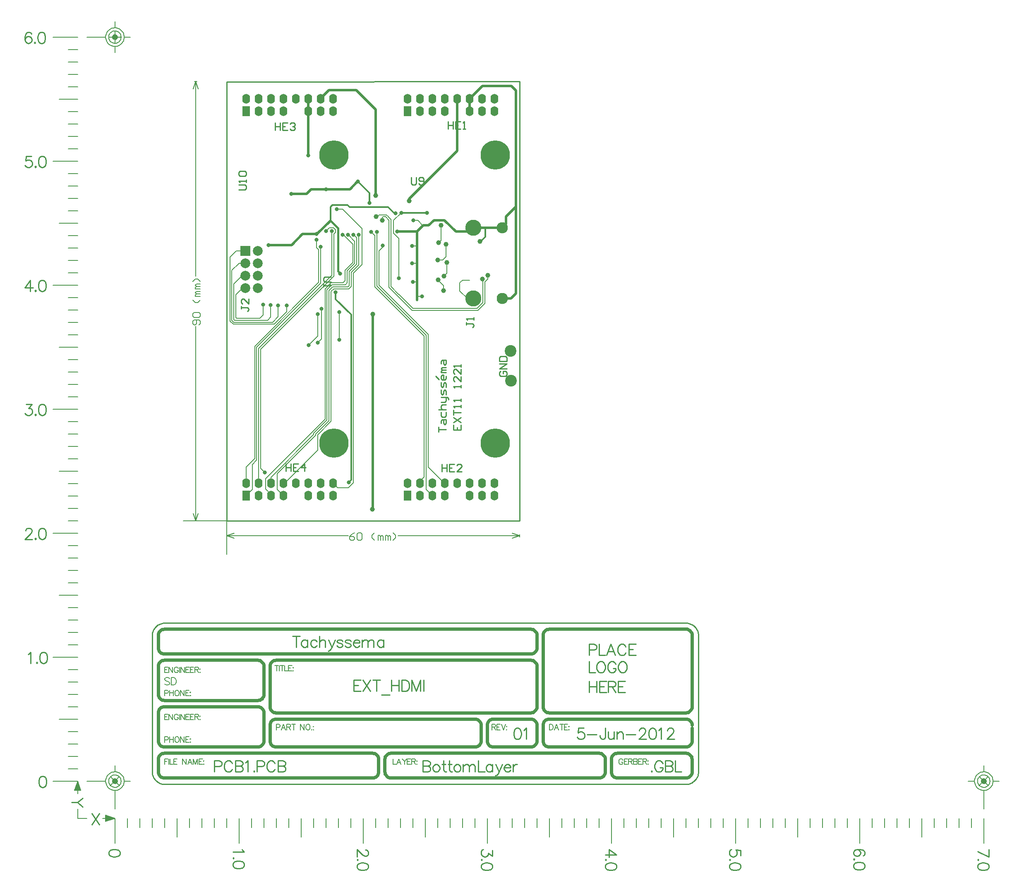
<source format=gbl>
%FSLAX44Y44*%
%MOMM*%
G71*
G01*
G75*
%ADD10R,1.1000X0.6000*%
%ADD11R,0.6000X1.1000*%
%ADD12R,0.5000X0.5000*%
%ADD13R,1.6000X1.6000*%
%ADD14R,0.6350X0.5080*%
%ADD15R,2.6000X0.3000*%
%ADD16R,3.0000X1.6000*%
%ADD17R,6.7000X6.7000*%
%ADD18R,0.3000X0.9000*%
%ADD19R,0.9000X0.3000*%
%ADD20R,5.2000X5.2000*%
%ADD21R,1.4000X1.2000*%
%ADD22R,1.2700X1.5240*%
%ADD23C,0.2000*%
%ADD24C,0.5000*%
%ADD25C,0.3000*%
%ADD26C,0.2286*%
%ADD27C,0.2540*%
%ADD28C,0.2032*%
%ADD29C,0.6350*%
%ADD30C,0.2500*%
%ADD31C,0.1524*%
%ADD32C,0.1270*%
%ADD33C,2.0000*%
%ADD34R,2.0000X2.0000*%
%ADD35R,1.6000X2.0000*%
%ADD36O,1.6000X2.0000*%
%ADD37C,3.3000*%
%ADD38C,2.3000*%
%ADD39C,6.0000*%
%ADD40C,2.4000*%
%ADD41C,1.0000*%
%ADD42C,0.8000*%
%ADD43C,0.4000*%
D23*
X2471698Y2317898D02*
X2483948Y2330148D01*
X2311448Y2347148D02*
X2340698Y2317898D01*
X2340698D02*
X2471698D01*
X2473448Y2313898D02*
X2487948Y2328398D01*
X2307448Y2345398D02*
X2338948Y2313898D01*
X2473448D01*
X2487948Y2372148D02*
X2493948Y2378148D01*
Y2385898D01*
X2487948Y2328398D02*
Y2372148D01*
X2482948Y2376148D02*
Y2378648D01*
Y2376148D02*
X2483948Y2375148D01*
Y2330148D02*
Y2375148D01*
X2162698Y2476648D02*
X2169448Y2483398D01*
X2177948D01*
X2181948Y2479398D01*
Y2473648D02*
Y2479398D01*
X2178698Y2470398D02*
X2181948Y2473648D01*
X2055198Y2260398D02*
X2178698Y2383898D01*
X2024948Y2235898D02*
X2174698Y2385648D01*
X2028948Y2234241D02*
X2055105Y2260398D01*
X2020948Y2238648D02*
X2151948Y2369648D01*
X2020948Y2007148D02*
Y2238648D01*
X2012198Y1998398D02*
X2020948Y2007148D01*
X2143198Y2442898D02*
Y2458898D01*
Y2442898D02*
X2147948Y2438148D01*
X2016948Y2240305D02*
X2147948Y2371305D01*
X1999198Y1989898D02*
Y1993398D01*
X2016948Y2011148D01*
Y2240305D01*
X2151948Y2369648D02*
Y2444648D01*
X2147948Y2371305D02*
Y2438148D01*
X2178698Y2383898D02*
Y2470398D01*
X2307448Y2345398D02*
X2307448D01*
X2291448Y2361398D02*
X2307448Y2345398D01*
X2311355Y2347148D02*
X2311448D01*
X2295448Y2363055D02*
X2311355Y2347148D01*
X2341448Y2498148D02*
X2351033D01*
X2339198Y2410648D02*
X2348448D01*
X2338948Y2446398D02*
X2348698D01*
X2436448Y2353898D02*
X2451948Y2338398D01*
X2463948D01*
X2441948Y2375898D02*
X2456348D01*
X2436448Y2370398D02*
X2441948Y2375898D01*
X2436448Y2353898D02*
Y2370398D01*
X2300948Y2471898D02*
Y2498398D01*
Y2471898D02*
X2311698Y2461148D01*
Y2380398D02*
Y2461148D01*
X2300948Y2498398D02*
X2316448Y2513898D01*
X2265448Y2505648D02*
X2266948D01*
X2271203Y2509904D01*
X2286192D02*
X2290198Y2505898D01*
X2290073Y2505773D02*
X2295448Y2500398D01*
X2271203Y2509904D02*
X2286192D01*
X2284291Y2505898D02*
X2291448Y2498741D01*
X2277948Y2504648D02*
X2279198Y2505898D01*
X2277448Y2498648D02*
Y2499148D01*
X2277198D02*
X2277448D01*
X2277948Y2499648D01*
Y2504648D01*
X2279198Y2505898D02*
X2284291D01*
X2291448Y2361398D02*
Y2498741D01*
X2392448Y2375898D02*
Y2376398D01*
Y2375898D02*
X2403448Y2364898D01*
Y2354648D02*
Y2364898D01*
X2349198Y2342398D02*
X2359448D01*
X2409698Y2390398D02*
Y2411898D01*
X2403948Y2384648D02*
X2409698Y2390398D01*
X2391448Y2417648D02*
X2401198D01*
X2407948Y2424398D01*
Y2449398D01*
X2392948Y2452398D02*
Y2452398D01*
X2397948Y2457398D01*
Y2488148D01*
X2340448Y2372648D02*
X2348948D01*
X2348448Y2410648D02*
X2348948Y2410148D01*
X2351033Y2498148D02*
X2361240Y2487941D01*
X2082198Y2311212D02*
Y2324148D01*
X2056634Y2285648D02*
X2082198Y2311212D01*
X1972698Y2285648D02*
X2056634D01*
X1966148Y2292198D02*
X1972698Y2285648D01*
X1966148Y2292198D02*
Y2422848D01*
X1978948Y2435648D01*
X1997448D01*
X2064698Y2301148D02*
Y2324148D01*
X2053198Y2289648D02*
X2064698Y2301148D01*
X1974355Y2289648D02*
X2053198D01*
X1970148Y2293855D02*
X1974355Y2289648D01*
X1970148Y2293855D02*
Y2395848D01*
X1984548Y2410248D01*
X1997448D01*
X2049698Y2300148D02*
Y2324898D01*
X2043198Y2293648D02*
X2049698Y2300148D01*
X2034448Y2304648D02*
Y2325648D01*
X2027448Y2297648D02*
X2034448Y2304648D01*
X1978148Y2346348D02*
X1991698Y2359898D01*
X1997448D01*
X1974148Y2295512D02*
X1976011Y2293648D01*
X2043198D01*
X1991198Y2385148D02*
X1997198D01*
X1974148Y2295512D02*
Y2368098D01*
X1991198Y2385148D01*
X1978148Y2299698D02*
X1980198Y2297648D01*
X2027448D01*
X1978148Y2299698D02*
Y2346348D01*
X2229448Y2406805D02*
Y2468898D01*
X2214198Y2391555D02*
X2229448Y2406805D01*
X2214198Y2363148D02*
Y2391555D01*
X2209448Y2358398D02*
X2214198Y2363148D01*
X2173198Y2353148D02*
X2178448Y2358398D01*
X2173198Y2086898D02*
Y2353148D01*
X2145698Y2059398D02*
X2173198Y2086898D01*
X2145698Y2027898D02*
Y2059398D01*
X2075398Y1960148D02*
X2077948D01*
X2145698Y2027898D01*
X2218698Y2468648D02*
X2219448D01*
X2225448Y2462648D01*
Y2408462D02*
Y2462648D01*
X2210198Y2393212D02*
X2225448Y2408462D01*
X2210198Y2364805D02*
Y2393212D01*
X2207791Y2362398D02*
X2210198Y2364805D01*
X2176448Y2362398D02*
X2207791D01*
X2168948Y2354898D02*
X2176448Y2362398D01*
X2168948Y2088305D02*
Y2354898D01*
X2141698Y2061055D02*
X2168948Y2088305D01*
X2141698Y2057898D02*
Y2061055D01*
X2063198Y1979398D02*
X2141698Y2057898D01*
X2063198Y1946948D02*
Y1979398D01*
Y1946948D02*
X2075398Y1934748D01*
X2207948Y2468648D02*
X2208448D01*
X2221448Y2455648D01*
Y2410119D02*
Y2455648D01*
X2164698Y2356398D02*
X2174698Y2366398D01*
X2164698Y2089712D02*
Y2356398D01*
X2137698Y2062712D02*
X2164698Y2089712D01*
X2137698Y2059555D02*
Y2062712D01*
X2049998Y1971855D02*
X2137698Y2059555D01*
X2049998Y1960148D02*
Y1971855D01*
X2196948Y2468648D02*
X2197948D01*
X2217448Y2449148D01*
Y2411776D02*
Y2449148D01*
X2201948Y2396275D02*
X2217448Y2411776D01*
X2201948Y2374898D02*
Y2396275D01*
X2197448Y2370398D02*
X2201948Y2374898D01*
X2172948Y2370398D02*
X2197448D01*
X2160698Y2358148D02*
X2172948Y2370398D01*
X2160698Y2091369D02*
Y2358148D01*
X2178448Y2358398D02*
X2209448D01*
X2145698Y2261648D02*
Y2306648D01*
X2127198Y2243148D02*
X2145698Y2261648D01*
X2153448Y2255648D02*
Y2317148D01*
X2145448Y2247648D02*
X2153448Y2255648D01*
X2190198Y2253898D02*
Y2310398D01*
X2367698Y1947248D02*
X2380198Y1934748D01*
X2354798Y1960148D02*
Y1963998D01*
X2363698Y1972898D01*
X2255448Y2474648D02*
X2262948Y2467148D01*
X2174698Y2366398D02*
X2202448D01*
X2201948Y2366648D02*
X2202448D01*
X2206198Y2370398D02*
Y2394869D01*
X2202448Y2366648D02*
X2206198Y2370398D01*
Y2394869D02*
X2221448Y2410119D01*
X2278448Y2443648D02*
Y2447148D01*
X2270948Y2436148D02*
X2278448Y2443648D01*
X2363698Y1972898D02*
Y2261398D01*
X2262948Y2362148D02*
X2363698Y2261398D01*
X2262948Y2362148D02*
Y2467148D01*
X2266948Y2363805D02*
Y2474898D01*
X2270948Y2365462D02*
Y2436148D01*
X2367698Y1947248D02*
Y2263055D01*
X2266948Y2363805D02*
X2367698Y2263055D01*
X2371698Y1993148D02*
Y2264712D01*
Y1993148D02*
X2404698Y1960148D01*
X2405198D01*
X2270948Y2365462D02*
X2371698Y2264712D01*
X2295448Y2363055D02*
Y2500398D01*
X1999198Y1961148D02*
Y1993148D01*
Y1934748D02*
X2012198Y1947748D01*
Y1998398D01*
X2024598Y1960148D02*
X2024948Y1960498D01*
Y2235898D01*
X2049770Y1934976D02*
X2049998Y1934748D01*
X2039481Y1948398D02*
X2049770Y1938109D01*
Y1934975D02*
Y1938109D01*
X2038981Y1969652D02*
X2160698Y2091369D01*
X2038981Y1949148D02*
X2039481Y1948648D01*
Y1948398D02*
Y1948648D01*
X2038981Y1949148D02*
Y1968898D01*
X2028948Y1990648D02*
X2037198Y1982398D01*
X2028948Y1990648D02*
Y2234241D01*
X2184698Y2521648D02*
X2196791D01*
X2236698Y2481741D01*
Y2408055D02*
Y2481741D01*
X2218698Y2390055D02*
X2236698Y2408055D01*
X2218698Y1960555D02*
Y2390055D01*
X2208541Y1950398D02*
X2218698Y1960555D01*
X2186748Y1950398D02*
X2208541D01*
X2176998Y1960148D02*
X2186748Y1950398D01*
X2174698Y2385648D02*
Y2476398D01*
X1870498Y1883238D02*
X1959398D01*
X1895898D02*
Y2282199D01*
Y2384277D02*
Y2783238D01*
X1890818Y1898478D02*
X1895898Y1883238D01*
X1900978Y1898478D01*
X1890818Y2767998D02*
X1895898Y2783238D01*
X1900978Y2767998D01*
X1893358Y1883238D02*
X1898438D01*
X1893358Y2783238D02*
X1898438D01*
X1959398Y1814658D02*
Y1883238D01*
Y1852758D02*
X2208359D01*
X2310437D02*
X2559398D01*
X1959398D02*
X1974638Y1857838D01*
X1959398Y1852758D02*
X1974638Y1847678D01*
X2544158Y1857838D02*
X2559398Y1852758D01*
X2544158Y1847678D02*
X2559398Y1852758D01*
X1959398Y1850218D02*
Y1855298D01*
X2559398Y1850218D02*
Y1855298D01*
D24*
X2092198Y2448148D02*
X2114698Y2470648D01*
X2044948Y2448148D02*
X2092198D01*
X2456398Y2722148D02*
Y2747548D01*
X2482748Y2773898D01*
X2541698D01*
X2551148Y2764448D01*
X2530948Y2505898D02*
X2551148Y2526098D01*
X2523298Y2483648D02*
X2530948Y2491298D01*
Y2505898D01*
X2456448Y2475648D02*
X2464448Y2483648D01*
X2540948Y2338398D02*
X2551148Y2348598D01*
X2523548Y2338398D02*
X2540948D01*
X2551148Y2348598D02*
Y2764448D01*
X2308448Y2475398D02*
X2315948D01*
X2144448Y2470648D02*
X2171698Y2497898D01*
X2114698Y2470648D02*
X2144448D01*
X2311198Y2475648D02*
X2348948D01*
X2383448Y2498898D02*
X2405198D01*
X2428448Y2475648D01*
X2456448D01*
X2372698Y2488148D02*
X2383448Y2498898D01*
X2348948Y2334898D02*
Y2475648D01*
X2361448Y2488148D01*
X2372948D01*
X2151598Y2748548D02*
X2168690Y2765641D01*
X2224205D02*
X2264698Y2725148D01*
X2151598Y2747548D02*
Y2748548D01*
X2168690Y2765641D02*
X2224205D01*
X2126219Y2747548D02*
X2126219Y2747527D01*
X2126198Y2747548D02*
X2126448Y2747298D01*
X2264698Y2549648D02*
Y2725148D01*
X2258198Y1906898D02*
Y2306148D01*
X2464448Y2483648D02*
X2523298D01*
X2430998Y2640948D02*
Y2747548D01*
X2332698Y2542648D02*
X2430998Y2640948D01*
X2332698Y2538898D02*
Y2542648D01*
X2092059Y2553009D02*
X2122809D01*
X2132198Y2562398D01*
X2162448D01*
X2162698D02*
X2211698D01*
X2227448Y2578148D01*
X2126448Y2631648D02*
Y2747298D01*
D25*
X2477948Y2455398D02*
X2479698D01*
X2488698Y2464398D01*
X2182448Y2336898D02*
Y2351398D01*
Y2336898D02*
X2214198Y2305148D01*
Y1966898D02*
Y2305148D01*
X2208948Y1961648D02*
X2214198Y1966898D01*
X2227698Y2578148D02*
X2251448Y2554398D01*
Y2533898D02*
Y2554398D01*
X2210698Y2525398D02*
X2251145D01*
X2251645Y2525898D01*
X2302698Y2512898D02*
X2304948D01*
X2289698Y2525898D02*
X2302698Y2512898D01*
X2251645Y2525898D02*
X2289698D01*
X2488698Y2464398D02*
Y2483648D01*
X2091948Y2552898D02*
X2092948D01*
X2091948D02*
X2092059Y2553009D01*
X1998698Y1960648D02*
X1999198Y1961148D01*
X2171698Y2497898D02*
Y2525398D01*
X2175803Y2529504D01*
X2206592D01*
Y2529504D02*
X2210698Y2525398D01*
X2369198Y2513898D02*
X2369448Y2514148D01*
X2316448Y2513898D02*
X2369198D01*
D26*
X2829166Y1371065D02*
X2828078Y1369977D01*
X2829166Y1368888D01*
X2830255Y1369977D01*
X2829166Y1371065D01*
X2851586Y1386302D02*
X2850497Y1388478D01*
X2848321Y1390655D01*
X2846144Y1391743D01*
X2841791D01*
X2839614Y1390655D01*
X2837437Y1388478D01*
X2836349Y1386302D01*
X2835261Y1383036D01*
Y1377595D01*
X2836349Y1374330D01*
X2837437Y1372153D01*
X2839614Y1369977D01*
X2841791Y1368888D01*
X2846144D01*
X2848321Y1369977D01*
X2850497Y1372153D01*
X2851586Y1374330D01*
Y1377595D01*
X2846144D02*
X2851586D01*
X2856810Y1391743D02*
Y1368888D01*
Y1391743D02*
X2866605D01*
X2869870Y1390655D01*
X2870958Y1389567D01*
X2872047Y1387390D01*
Y1385213D01*
X2870958Y1383036D01*
X2869870Y1381948D01*
X2866605Y1380860D01*
X2856810D02*
X2866605D01*
X2869870Y1379772D01*
X2870958Y1378683D01*
X2872047Y1376507D01*
Y1373241D01*
X2870958Y1371065D01*
X2869870Y1369977D01*
X2866605Y1368888D01*
X2856810D01*
X2877162Y1391743D02*
Y1368888D01*
X2890222D01*
X1559708Y2880728D02*
X1558619Y2882905D01*
X1555354Y2883993D01*
X1553178D01*
X1549913Y2882905D01*
X1547736Y2879640D01*
X1546648Y2874198D01*
Y2868756D01*
X1547736Y2864403D01*
X1549913Y2862227D01*
X1553178Y2861138D01*
X1554266D01*
X1557531Y2862227D01*
X1559708Y2864403D01*
X1560796Y2867668D01*
Y2868756D01*
X1559708Y2872021D01*
X1557531Y2874198D01*
X1554266Y2875287D01*
X1553178D01*
X1549913Y2874198D01*
X1547736Y2872021D01*
X1546648Y2868756D01*
X1566891Y2863315D02*
X1565802Y2862227D01*
X1566891Y2861138D01*
X1567979Y2862227D01*
X1566891Y2863315D01*
X1579516Y2883993D02*
X1576250Y2882905D01*
X1574074Y2879640D01*
X1572986Y2874198D01*
Y2870933D01*
X1574074Y2865492D01*
X1576250Y2862227D01*
X1579516Y2861138D01*
X1581692D01*
X1584957Y2862227D01*
X1587134Y2865492D01*
X1588222Y2870933D01*
Y2874198D01*
X1587134Y2879640D01*
X1584957Y2882905D01*
X1581692Y2883993D01*
X1579516D01*
X1557531Y2375993D02*
X1546648Y2360757D01*
X1562973D01*
X1557531Y2375993D02*
Y2353138D01*
X1568088Y2355315D02*
X1567000Y2354227D01*
X1568088Y2353138D01*
X1569176Y2354227D01*
X1568088Y2355315D01*
X1580713Y2375993D02*
X1577448Y2374905D01*
X1575271Y2371640D01*
X1574183Y2366198D01*
Y2362933D01*
X1575271Y2357491D01*
X1577448Y2354227D01*
X1580713Y2353138D01*
X1582889D01*
X1586154Y2354227D01*
X1588331Y2357491D01*
X1589419Y2362933D01*
Y2366198D01*
X1588331Y2371640D01*
X1586154Y2374905D01*
X1582889Y2375993D01*
X1580713D01*
X1547736Y1862552D02*
Y1863640D01*
X1548824Y1865817D01*
X1549913Y1866905D01*
X1552089Y1867993D01*
X1556443D01*
X1558619Y1866905D01*
X1559708Y1865817D01*
X1560796Y1863640D01*
Y1861463D01*
X1559708Y1859286D01*
X1557531Y1856022D01*
X1546648Y1845138D01*
X1561884D01*
X1568088Y1847315D02*
X1567000Y1846227D01*
X1568088Y1845138D01*
X1569176Y1846227D01*
X1568088Y1847315D01*
X1580713Y1867993D02*
X1577448Y1866905D01*
X1575271Y1863640D01*
X1574183Y1858198D01*
Y1854933D01*
X1575271Y1849491D01*
X1577448Y1846227D01*
X1580713Y1845138D01*
X1582889D01*
X1586154Y1846227D01*
X1588331Y1849491D01*
X1589419Y1854933D01*
Y1858198D01*
X1588331Y1863640D01*
X1586154Y1866905D01*
X1582889Y1867993D01*
X1580713D01*
X1581753Y1359993D02*
X1578488Y1358905D01*
X1576311Y1355640D01*
X1575223Y1350198D01*
Y1346933D01*
X1576311Y1341492D01*
X1578488Y1338226D01*
X1581753Y1337138D01*
X1583929D01*
X1587194Y1338226D01*
X1589371Y1341492D01*
X1590459Y1346933D01*
Y1350198D01*
X1589371Y1355640D01*
X1587194Y1358905D01*
X1583929Y1359993D01*
X1581753D01*
X1552998Y1609640D02*
X1555174Y1610728D01*
X1558439Y1613993D01*
Y1591138D01*
X1570846Y1593315D02*
X1569758Y1592227D01*
X1570846Y1591138D01*
X1571935Y1592227D01*
X1570846Y1593315D01*
X1583471Y1613993D02*
X1580206Y1612905D01*
X1578029Y1609640D01*
X1576941Y1604198D01*
Y1600933D01*
X1578029Y1595491D01*
X1580206Y1592227D01*
X1583471Y1591138D01*
X1585648D01*
X1588913Y1592227D01*
X1591089Y1595491D01*
X1592178Y1600933D01*
Y1604198D01*
X1591089Y1609640D01*
X1588913Y1612905D01*
X1585648Y1613993D01*
X1583471D01*
X1548824Y2121993D02*
X1560796D01*
X1554266Y2113286D01*
X1557531D01*
X1559708Y2112198D01*
X1560796Y2111110D01*
X1561884Y2107845D01*
Y2105668D01*
X1560796Y2102403D01*
X1558619Y2100226D01*
X1555354Y2099138D01*
X1552089D01*
X1548824Y2100226D01*
X1547736Y2101315D01*
X1546648Y2103492D01*
X1568088Y2101315D02*
X1567000Y2100226D01*
X1568088Y2099138D01*
X1569176Y2100226D01*
X1568088Y2101315D01*
X1580713Y2121993D02*
X1577448Y2120905D01*
X1575271Y2117640D01*
X1574183Y2112198D01*
Y2108933D01*
X1575271Y2103492D01*
X1577448Y2100226D01*
X1580713Y2099138D01*
X1582889D01*
X1586154Y2100226D01*
X1588331Y2103492D01*
X1589419Y2108933D01*
Y2112198D01*
X1588331Y2117640D01*
X1586154Y2120905D01*
X1582889Y2121993D01*
X1580713D01*
X1559708Y2629993D02*
X1548824D01*
X1547736Y2620198D01*
X1548824Y2621287D01*
X1552089Y2622375D01*
X1555354D01*
X1558619Y2621287D01*
X1560796Y2619110D01*
X1561884Y2615845D01*
Y2613668D01*
X1560796Y2610403D01*
X1558619Y2608227D01*
X1555354Y2607138D01*
X1552089D01*
X1548824Y2608227D01*
X1547736Y2609315D01*
X1546648Y2611491D01*
X1568088Y2609315D02*
X1567000Y2608227D01*
X1568088Y2607138D01*
X1569176Y2608227D01*
X1568088Y2609315D01*
X1580713Y2629993D02*
X1577448Y2628905D01*
X1575271Y2625640D01*
X1574183Y2620198D01*
Y2616933D01*
X1575271Y2611491D01*
X1577448Y2608227D01*
X1580713Y2607138D01*
X1582889D01*
X1586154Y2608227D01*
X1588331Y2611491D01*
X1589419Y2616933D01*
Y2620198D01*
X1588331Y2625640D01*
X1586154Y2628905D01*
X1582889Y2629993D01*
X1580713D01*
X3518953Y1194901D02*
X3496098Y1205785D01*
X3518953Y1210138D02*
Y1194901D01*
X3498275Y1188698D02*
X3497186Y1189786D01*
X3496098Y1188698D01*
X3497186Y1187609D01*
X3498275Y1188698D01*
X3518953Y1176073D02*
X3517864Y1179338D01*
X3514599Y1181515D01*
X3509158Y1182603D01*
X3505893D01*
X3500451Y1181515D01*
X3497186Y1179338D01*
X3496098Y1176073D01*
Y1173896D01*
X3497186Y1170631D01*
X3500451Y1168455D01*
X3505893Y1167366D01*
X3509158D01*
X3514599Y1168455D01*
X3517864Y1170631D01*
X3518953Y1173896D01*
Y1176073D01*
X3010953Y1197078D02*
Y1207962D01*
X3001158Y1209050D01*
X3002246Y1207962D01*
X3003334Y1204696D01*
Y1201431D01*
X3002246Y1198166D01*
X3000069Y1195990D01*
X2996805Y1194901D01*
X2994628D01*
X2991363Y1195990D01*
X2989186Y1198166D01*
X2988098Y1201431D01*
Y1204696D01*
X2989186Y1207962D01*
X2990274Y1209050D01*
X2992451Y1210138D01*
X2990274Y1188698D02*
X2989186Y1189786D01*
X2988098Y1188698D01*
X2989186Y1187609D01*
X2990274Y1188698D01*
X3010953Y1176073D02*
X3009865Y1179338D01*
X3006599Y1181515D01*
X3001158Y1182603D01*
X2997893D01*
X2992451Y1181515D01*
X2989186Y1179338D01*
X2988098Y1176073D01*
Y1173896D01*
X2989186Y1170631D01*
X2992451Y1168455D01*
X2997893Y1167366D01*
X3001158D01*
X3006599Y1168455D01*
X3009865Y1170631D01*
X3010953Y1173896D01*
Y1176073D01*
X2502953Y1207962D02*
Y1195990D01*
X2494246Y1202520D01*
Y1199255D01*
X2493158Y1197078D01*
X2492069Y1195990D01*
X2488804Y1194901D01*
X2486628D01*
X2483363Y1195990D01*
X2481186Y1198166D01*
X2480098Y1201431D01*
Y1204696D01*
X2481186Y1207962D01*
X2482274Y1209050D01*
X2484451Y1210138D01*
X2482274Y1188698D02*
X2481186Y1189786D01*
X2480098Y1188698D01*
X2481186Y1187609D01*
X2482274Y1188698D01*
X2502953Y1176073D02*
X2501864Y1179338D01*
X2498599Y1181515D01*
X2493158Y1182603D01*
X2489893D01*
X2484451Y1181515D01*
X2481186Y1179338D01*
X2480098Y1176073D01*
Y1173896D01*
X2481186Y1170631D01*
X2484451Y1168455D01*
X2489893Y1167366D01*
X2493158D01*
X2498599Y1168455D01*
X2501864Y1170631D01*
X2502953Y1173896D01*
Y1176073D01*
X1990599Y1210138D02*
X1991688Y1207962D01*
X1994953Y1204696D01*
X1972098D01*
X1974274Y1192289D02*
X1973186Y1193378D01*
X1972098Y1192289D01*
X1973186Y1191201D01*
X1974274Y1192289D01*
X1994953Y1179665D02*
X1993864Y1182930D01*
X1990599Y1185106D01*
X1985158Y1186195D01*
X1981893D01*
X1976451Y1185106D01*
X1973186Y1182930D01*
X1972098Y1179665D01*
Y1177488D01*
X1973186Y1174223D01*
X1976451Y1172046D01*
X1981893Y1170958D01*
X1985158D01*
X1990599Y1172046D01*
X1993864Y1174223D01*
X1994953Y1177488D01*
Y1179665D01*
X1740953Y1203608D02*
X1739864Y1206873D01*
X1736599Y1209050D01*
X1731158Y1210138D01*
X1727893D01*
X1722451Y1209050D01*
X1719186Y1206873D01*
X1718098Y1203608D01*
Y1201431D01*
X1719186Y1198166D01*
X1722451Y1195990D01*
X1727893Y1194901D01*
X1731158D01*
X1736599Y1195990D01*
X1739864Y1198166D01*
X1740953Y1201431D01*
Y1203608D01*
X2243511Y1209050D02*
X2244599D01*
X2246776Y1207962D01*
X2247864Y1206873D01*
X2248953Y1204696D01*
Y1200343D01*
X2247864Y1198166D01*
X2246776Y1197078D01*
X2244599Y1195990D01*
X2242423D01*
X2240246Y1197078D01*
X2236981Y1199255D01*
X2226098Y1210138D01*
Y1194901D01*
X2228274Y1188698D02*
X2227186Y1189786D01*
X2226098Y1188698D01*
X2227186Y1187609D01*
X2228274Y1188698D01*
X2248953Y1176073D02*
X2247864Y1179338D01*
X2244599Y1181515D01*
X2239158Y1182603D01*
X2235893D01*
X2230451Y1181515D01*
X2227186Y1179338D01*
X2226098Y1176073D01*
Y1173896D01*
X2227186Y1170631D01*
X2230451Y1168455D01*
X2235893Y1167366D01*
X2239158D01*
X2244599Y1168455D01*
X2247864Y1170631D01*
X2248953Y1173896D01*
Y1176073D01*
X2756953Y1199255D02*
X2741716Y1210138D01*
Y1193813D01*
X2756953Y1199255D02*
X2734098D01*
X2736274Y1188698D02*
X2735186Y1189786D01*
X2734098Y1188698D01*
X2735186Y1187609D01*
X2736274Y1188698D01*
X2756953Y1176073D02*
X2755864Y1179338D01*
X2752599Y1181515D01*
X2747158Y1182603D01*
X2743893D01*
X2738451Y1181515D01*
X2735186Y1179338D01*
X2734098Y1176073D01*
Y1173896D01*
X2735186Y1170631D01*
X2738451Y1168455D01*
X2743893Y1167366D01*
X2747158D01*
X2752599Y1168455D01*
X2755864Y1170631D01*
X2756953Y1173896D01*
Y1176073D01*
X3261688Y1197078D02*
X3263864Y1198166D01*
X3264953Y1201431D01*
Y1203608D01*
X3263864Y1206873D01*
X3260599Y1209050D01*
X3255158Y1210138D01*
X3249716D01*
X3245363Y1209050D01*
X3243186Y1206873D01*
X3242098Y1203608D01*
Y1202520D01*
X3243186Y1199255D01*
X3245363Y1197078D01*
X3248628Y1195990D01*
X3249716D01*
X3252981Y1197078D01*
X3255158Y1199255D01*
X3256246Y1202520D01*
Y1203608D01*
X3255158Y1206873D01*
X3252981Y1209050D01*
X3249716Y1210138D01*
X3244274Y1189895D02*
X3243186Y1190983D01*
X3242098Y1189895D01*
X3243186Y1188807D01*
X3244274Y1189895D01*
X3264953Y1177270D02*
X3263864Y1180535D01*
X3260599Y1182712D01*
X3255158Y1183800D01*
X3251893D01*
X3246451Y1182712D01*
X3243186Y1180535D01*
X3242098Y1177270D01*
Y1175094D01*
X3243186Y1171829D01*
X3246451Y1169652D01*
X3251893Y1168564D01*
X3255158D01*
X3260599Y1169652D01*
X3263864Y1171829D01*
X3264953Y1175094D01*
Y1177270D01*
X1683173Y1283793D02*
X1698409Y1260938D01*
Y1283793D02*
X1683173Y1260938D01*
X1664753Y1314913D02*
X1653869Y1306206D01*
X1641898D01*
X1664753Y1297500D02*
X1653869Y1306206D01*
X2690008Y1458418D02*
X2679124D01*
X2678036Y1448623D01*
X2679124Y1449711D01*
X2682390Y1450800D01*
X2685654D01*
X2688919Y1449711D01*
X2691096Y1447535D01*
X2692184Y1444270D01*
Y1442093D01*
X2691096Y1438828D01*
X2688919Y1436651D01*
X2685654Y1435563D01*
X2682390D01*
X2679124Y1436651D01*
X2678036Y1437740D01*
X2676948Y1439917D01*
X2697299Y1445358D02*
X2716890D01*
X2734521Y1458418D02*
Y1441005D01*
X2733433Y1437740D01*
X2732344Y1436651D01*
X2730168Y1435563D01*
X2727991D01*
X2725814Y1436651D01*
X2724726Y1437740D01*
X2723637Y1441005D01*
Y1443181D01*
X2740398Y1450800D02*
Y1439917D01*
X2741486Y1436651D01*
X2743663Y1435563D01*
X2746928D01*
X2749105Y1436651D01*
X2752370Y1439917D01*
Y1450800D02*
Y1435563D01*
X2758355Y1450800D02*
Y1435563D01*
Y1446447D02*
X2761620Y1449711D01*
X2763797Y1450800D01*
X2767062D01*
X2769239Y1449711D01*
X2770327Y1446447D01*
Y1435563D01*
X2776313Y1445358D02*
X2795903D01*
X2803739Y1452977D02*
Y1454065D01*
X2804827Y1456242D01*
X2805916Y1457330D01*
X2808093Y1458418D01*
X2812446D01*
X2814622Y1457330D01*
X2815711Y1456242D01*
X2816799Y1454065D01*
Y1451888D01*
X2815711Y1449711D01*
X2813534Y1446447D01*
X2802651Y1435563D01*
X2817888D01*
X2829533Y1458418D02*
X2826268Y1457330D01*
X2824091Y1454065D01*
X2823003Y1448623D01*
Y1445358D01*
X2824091Y1439917D01*
X2826268Y1436651D01*
X2829533Y1435563D01*
X2831709D01*
X2834974Y1436651D01*
X2837151Y1439917D01*
X2838239Y1445358D01*
Y1448623D01*
X2837151Y1454065D01*
X2834974Y1457330D01*
X2831709Y1458418D01*
X2829533D01*
X2843354Y1454065D02*
X2845531Y1455153D01*
X2848796Y1458418D01*
Y1435563D01*
X2861203Y1452977D02*
Y1454065D01*
X2862292Y1456242D01*
X2863380Y1457330D01*
X2865557Y1458418D01*
X2869910D01*
X2872087Y1457330D01*
X2873175Y1456242D01*
X2874263Y1454065D01*
Y1451888D01*
X2873175Y1449711D01*
X2870999Y1446447D01*
X2860115Y1435563D01*
X2875352D01*
X2701078Y1554303D02*
Y1531448D01*
X2716314Y1554303D02*
Y1531448D01*
X2701078Y1543420D02*
X2716314D01*
X2736775Y1554303D02*
X2722627D01*
Y1531448D01*
X2736775D01*
X2722627Y1543420D02*
X2731334D01*
X2740584Y1554303D02*
Y1531448D01*
Y1554303D02*
X2750379D01*
X2753644Y1553215D01*
X2754733Y1552127D01*
X2755821Y1549950D01*
Y1547773D01*
X2754733Y1545596D01*
X2753644Y1544508D01*
X2750379Y1543420D01*
X2740584D01*
X2748203D02*
X2755821Y1531448D01*
X2775085Y1554303D02*
X2760936D01*
Y1531448D01*
X2775085D01*
X2760936Y1543420D02*
X2769643D01*
X2701078Y1594943D02*
Y1572088D01*
X2714138D01*
X2723171Y1594943D02*
X2720994Y1593855D01*
X2718818Y1591678D01*
X2717729Y1589501D01*
X2716641Y1586237D01*
Y1580795D01*
X2717729Y1577530D01*
X2718818Y1575353D01*
X2720994Y1573177D01*
X2723171Y1572088D01*
X2727524D01*
X2729701Y1573177D01*
X2731878Y1575353D01*
X2732966Y1577530D01*
X2734054Y1580795D01*
Y1586237D01*
X2732966Y1589501D01*
X2731878Y1591678D01*
X2729701Y1593855D01*
X2727524Y1594943D01*
X2723171D01*
X2755712Y1589501D02*
X2754624Y1591678D01*
X2752447Y1593855D01*
X2750271Y1594943D01*
X2745917D01*
X2743741Y1593855D01*
X2741564Y1591678D01*
X2740475Y1589501D01*
X2739387Y1586237D01*
Y1580795D01*
X2740475Y1577530D01*
X2741564Y1575353D01*
X2743741Y1573177D01*
X2745917Y1572088D01*
X2750271D01*
X2752447Y1573177D01*
X2754624Y1575353D01*
X2755712Y1577530D01*
Y1580795D01*
X2750271D02*
X2755712D01*
X2767466Y1594943D02*
X2765290Y1593855D01*
X2763113Y1591678D01*
X2762025Y1589501D01*
X2760936Y1586237D01*
Y1580795D01*
X2762025Y1577530D01*
X2763113Y1575353D01*
X2765290Y1573177D01*
X2767466Y1572088D01*
X2771820D01*
X2773996Y1573177D01*
X2776173Y1575353D01*
X2777261Y1577530D01*
X2778350Y1580795D01*
Y1586237D01*
X2777261Y1589501D01*
X2776173Y1591678D01*
X2773996Y1593855D01*
X2771820Y1594943D01*
X2767466D01*
X2701078Y1618531D02*
X2710873D01*
X2714138Y1619620D01*
X2715226Y1620708D01*
X2716314Y1622885D01*
Y1626150D01*
X2715226Y1628327D01*
X2714138Y1629415D01*
X2710873Y1630503D01*
X2701078D01*
Y1607648D01*
X2721430Y1630503D02*
Y1607648D01*
X2734490D01*
X2754406D02*
X2745699Y1630503D01*
X2736993Y1607648D01*
X2740258Y1615267D02*
X2751141D01*
X2776064Y1625061D02*
X2774976Y1627238D01*
X2772799Y1629415D01*
X2770623Y1630503D01*
X2766269D01*
X2764092Y1629415D01*
X2761916Y1627238D01*
X2760827Y1625061D01*
X2759739Y1621797D01*
Y1616355D01*
X2760827Y1613090D01*
X2761916Y1610913D01*
X2764092Y1608737D01*
X2766269Y1607648D01*
X2770623D01*
X2772799Y1608737D01*
X2774976Y1610913D01*
X2776064Y1613090D01*
X2796634Y1630503D02*
X2782485D01*
Y1607648D01*
X2796634D01*
X2782485Y1619620D02*
X2791192D01*
X2553303Y1458418D02*
X2550038Y1457330D01*
X2547861Y1454065D01*
X2546773Y1448623D01*
Y1445358D01*
X2547861Y1439917D01*
X2550038Y1436651D01*
X2553303Y1435563D01*
X2555479D01*
X2558744Y1436651D01*
X2560921Y1439917D01*
X2562009Y1445358D01*
Y1448623D01*
X2560921Y1454065D01*
X2558744Y1457330D01*
X2555479Y1458418D01*
X2553303D01*
X2567125Y1454065D02*
X2569301Y1455153D01*
X2572566Y1458418D01*
Y1435563D01*
X2360718Y1391743D02*
Y1368888D01*
Y1391743D02*
X2370513D01*
X2373778Y1390655D01*
X2374866Y1389567D01*
X2375954Y1387390D01*
Y1385213D01*
X2374866Y1383036D01*
X2373778Y1381948D01*
X2370513Y1380860D01*
X2360718D02*
X2370513D01*
X2373778Y1379772D01*
X2374866Y1378683D01*
X2375954Y1376507D01*
Y1373241D01*
X2374866Y1371065D01*
X2373778Y1369977D01*
X2370513Y1368888D01*
X2360718D01*
X2386511Y1384125D02*
X2384335Y1383036D01*
X2382158Y1380860D01*
X2381070Y1377595D01*
Y1375418D01*
X2382158Y1372153D01*
X2384335Y1369977D01*
X2386511Y1368888D01*
X2389776D01*
X2391953Y1369977D01*
X2394130Y1372153D01*
X2395218Y1375418D01*
Y1377595D01*
X2394130Y1380860D01*
X2391953Y1383036D01*
X2389776Y1384125D01*
X2386511D01*
X2403489Y1391743D02*
Y1373241D01*
X2404578Y1369977D01*
X2406754Y1368888D01*
X2408931D01*
X2400224Y1384125D02*
X2407843D01*
X2415461Y1391743D02*
Y1373241D01*
X2416549Y1369977D01*
X2418726Y1368888D01*
X2420903D01*
X2412196Y1384125D02*
X2419814D01*
X2429610D02*
X2427433Y1383036D01*
X2425256Y1380860D01*
X2424168Y1377595D01*
Y1375418D01*
X2425256Y1372153D01*
X2427433Y1369977D01*
X2429610Y1368888D01*
X2432874D01*
X2435051Y1369977D01*
X2437228Y1372153D01*
X2438316Y1375418D01*
Y1377595D01*
X2437228Y1380860D01*
X2435051Y1383036D01*
X2432874Y1384125D01*
X2429610D01*
X2443323D02*
Y1368888D01*
Y1379772D02*
X2446588Y1383036D01*
X2448764Y1384125D01*
X2452029D01*
X2454206Y1383036D01*
X2455294Y1379772D01*
Y1368888D01*
Y1379772D02*
X2458559Y1383036D01*
X2460736Y1384125D01*
X2464001D01*
X2466178Y1383036D01*
X2467266Y1379772D01*
Y1368888D01*
X2474449Y1391743D02*
Y1368888D01*
X2487509D01*
X2503072Y1384125D02*
Y1368888D01*
Y1380860D02*
X2500896Y1383036D01*
X2498719Y1384125D01*
X2495454D01*
X2493277Y1383036D01*
X2491101Y1380860D01*
X2490012Y1377595D01*
Y1375418D01*
X2491101Y1372153D01*
X2493277Y1369977D01*
X2495454Y1368888D01*
X2498719D01*
X2500896Y1369977D01*
X2503072Y1372153D01*
X2510255Y1384125D02*
X2516785Y1368888D01*
X2523315Y1384125D02*
X2516785Y1368888D01*
X2514609Y1364535D01*
X2512432Y1362358D01*
X2510255Y1361270D01*
X2509167D01*
X2527125Y1377595D02*
X2540185D01*
Y1379772D01*
X2539096Y1381948D01*
X2538008Y1383036D01*
X2535831Y1384125D01*
X2532566D01*
X2530390Y1383036D01*
X2528213Y1380860D01*
X2527125Y1377595D01*
Y1375418D01*
X2528213Y1372153D01*
X2530390Y1369977D01*
X2532566Y1368888D01*
X2535831D01*
X2538008Y1369977D01*
X2540185Y1372153D01*
X2545082Y1384125D02*
Y1368888D01*
Y1377595D02*
X2546171Y1380860D01*
X2548347Y1383036D01*
X2550524Y1384125D01*
X2553789D01*
X1933998Y1379772D02*
X1943793D01*
X1947058Y1380860D01*
X1948146Y1381948D01*
X1949234Y1384125D01*
Y1387390D01*
X1948146Y1389567D01*
X1947058Y1390655D01*
X1943793Y1391743D01*
X1933998D01*
Y1368888D01*
X1970675Y1386302D02*
X1969586Y1388478D01*
X1967410Y1390655D01*
X1965233Y1391743D01*
X1960880D01*
X1958703Y1390655D01*
X1956526Y1388478D01*
X1955438Y1386302D01*
X1954350Y1383036D01*
Y1377595D01*
X1955438Y1374330D01*
X1956526Y1372153D01*
X1958703Y1369977D01*
X1960880Y1368888D01*
X1965233D01*
X1967410Y1369977D01*
X1969586Y1372153D01*
X1970675Y1374330D01*
X1977096Y1391743D02*
Y1368888D01*
Y1391743D02*
X1986891D01*
X1990156Y1390655D01*
X1991244Y1389567D01*
X1992333Y1387390D01*
Y1385213D01*
X1991244Y1383036D01*
X1990156Y1381948D01*
X1986891Y1380860D01*
X1977096D02*
X1986891D01*
X1990156Y1379772D01*
X1991244Y1378683D01*
X1992333Y1376507D01*
Y1373241D01*
X1991244Y1371065D01*
X1990156Y1369977D01*
X1986891Y1368888D01*
X1977096D01*
X1997448Y1387390D02*
X1999624Y1388478D01*
X2002890Y1391743D01*
Y1368888D01*
X2015297Y1371065D02*
X2014208Y1369977D01*
X2015297Y1368888D01*
X2016385Y1369977D01*
X2015297Y1371065D01*
X2021391Y1379772D02*
X2031186D01*
X2034451Y1380860D01*
X2035540Y1381948D01*
X2036628Y1384125D01*
Y1387390D01*
X2035540Y1389567D01*
X2034451Y1390655D01*
X2031186Y1391743D01*
X2021391D01*
Y1368888D01*
X2058068Y1386302D02*
X2056980Y1388478D01*
X2054803Y1390655D01*
X2052627Y1391743D01*
X2048273D01*
X2046096Y1390655D01*
X2043920Y1388478D01*
X2042832Y1386302D01*
X2041743Y1383036D01*
Y1377595D01*
X2042832Y1374330D01*
X2043920Y1372153D01*
X2046096Y1369977D01*
X2048273Y1368888D01*
X2052627D01*
X2054803Y1369977D01*
X2056980Y1372153D01*
X2058068Y1374330D01*
X2064489Y1391743D02*
Y1368888D01*
Y1391743D02*
X2074285D01*
X2077549Y1390655D01*
X2078638Y1389567D01*
X2079726Y1387390D01*
Y1385213D01*
X2078638Y1383036D01*
X2077549Y1381948D01*
X2074285Y1380860D01*
X2064489D02*
X2074285D01*
X2077549Y1379772D01*
X2078638Y1378683D01*
X2079726Y1376507D01*
Y1373241D01*
X2078638Y1371065D01*
X2077549Y1369977D01*
X2074285Y1368888D01*
X2064489D01*
X2233896Y1556843D02*
X2219748D01*
Y1533988D01*
X2233896D01*
X2219748Y1545960D02*
X2228454D01*
X2237705Y1556843D02*
X2252942Y1533988D01*
Y1556843D02*
X2237705Y1533988D01*
X2265676Y1556843D02*
Y1533988D01*
X2258057Y1556843D02*
X2273294D01*
X2276015Y1526370D02*
X2293428D01*
X2296367Y1556843D02*
Y1533988D01*
X2311603Y1556843D02*
Y1533988D01*
X2296367Y1545960D02*
X2311603D01*
X2317916Y1556843D02*
Y1533988D01*
Y1556843D02*
X2325534D01*
X2328799Y1555755D01*
X2330976Y1553578D01*
X2332064Y1551402D01*
X2333152Y1548136D01*
Y1542695D01*
X2332064Y1539430D01*
X2330976Y1537253D01*
X2328799Y1535076D01*
X2325534Y1533988D01*
X2317916D01*
X2338268Y1556843D02*
Y1533988D01*
Y1556843D02*
X2346974Y1533988D01*
X2355681Y1556843D02*
X2346974Y1533988D01*
X2355681Y1556843D02*
Y1533988D01*
X2362211Y1556843D02*
Y1533988D01*
X2101636Y1647013D02*
Y1624158D01*
X2094018Y1647013D02*
X2109254D01*
X2125035Y1639395D02*
Y1624158D01*
Y1636130D02*
X2122859Y1638306D01*
X2120682Y1639395D01*
X2117417D01*
X2115240Y1638306D01*
X2113064Y1636130D01*
X2111975Y1632865D01*
Y1630688D01*
X2113064Y1627423D01*
X2115240Y1625246D01*
X2117417Y1624158D01*
X2120682D01*
X2122859Y1625246D01*
X2125035Y1627423D01*
X2144190Y1636130D02*
X2142013Y1638306D01*
X2139837Y1639395D01*
X2136572D01*
X2134395Y1638306D01*
X2132218Y1636130D01*
X2131130Y1632865D01*
Y1630688D01*
X2132218Y1627423D01*
X2134395Y1625246D01*
X2136572Y1624158D01*
X2139837D01*
X2142013Y1625246D01*
X2144190Y1627423D01*
X2149088Y1647013D02*
Y1624158D01*
Y1635042D02*
X2152353Y1638306D01*
X2154529Y1639395D01*
X2157794D01*
X2159971Y1638306D01*
X2161059Y1635042D01*
Y1624158D01*
X2168134Y1639395D02*
X2174664Y1624158D01*
X2181194Y1639395D02*
X2174664Y1624158D01*
X2172487Y1619805D01*
X2170310Y1617628D01*
X2168134Y1616540D01*
X2167045D01*
X2196974Y1636130D02*
X2195886Y1638306D01*
X2192621Y1639395D01*
X2189356D01*
X2186091Y1638306D01*
X2185003Y1636130D01*
X2186091Y1633953D01*
X2188268Y1632865D01*
X2193709Y1631776D01*
X2195886Y1630688D01*
X2196974Y1628512D01*
Y1627423D01*
X2195886Y1625246D01*
X2192621Y1624158D01*
X2189356D01*
X2186091Y1625246D01*
X2185003Y1627423D01*
X2213735Y1636130D02*
X2212646Y1638306D01*
X2209382Y1639395D01*
X2206116D01*
X2202852Y1638306D01*
X2201763Y1636130D01*
X2202852Y1633953D01*
X2205028Y1632865D01*
X2210470Y1631776D01*
X2212646Y1630688D01*
X2213735Y1628512D01*
Y1627423D01*
X2212646Y1625246D01*
X2209382Y1624158D01*
X2206116D01*
X2202852Y1625246D01*
X2201763Y1627423D01*
X2218524Y1632865D02*
X2231584D01*
Y1635042D01*
X2230495Y1637218D01*
X2229407Y1638306D01*
X2227230Y1639395D01*
X2223965D01*
X2221789Y1638306D01*
X2219612Y1636130D01*
X2218524Y1632865D01*
Y1630688D01*
X2219612Y1627423D01*
X2221789Y1625246D01*
X2223965Y1624158D01*
X2227230D01*
X2229407Y1625246D01*
X2231584Y1627423D01*
X2236481Y1639395D02*
Y1624158D01*
Y1635042D02*
X2239746Y1638306D01*
X2241923Y1639395D01*
X2245188D01*
X2247365Y1638306D01*
X2248453Y1635042D01*
Y1624158D01*
Y1635042D02*
X2251718Y1638306D01*
X2253895Y1639395D01*
X2257159D01*
X2259336Y1638306D01*
X2260425Y1635042D01*
Y1624158D01*
X2280668Y1639395D02*
Y1624158D01*
Y1636130D02*
X2278491Y1638306D01*
X2276314Y1639395D01*
X2273049D01*
X2270873Y1638306D01*
X2268696Y1636130D01*
X2267608Y1632865D01*
Y1630688D01*
X2268696Y1627423D01*
X2270873Y1625246D01*
X2273049Y1624158D01*
X2276314D01*
X2278491Y1625246D01*
X2280668Y1627423D01*
D27*
X2520252Y2189805D02*
X2517713Y2187266D01*
Y2182187D01*
X2520252Y2179648D01*
X2530408D01*
X2532948Y2182187D01*
Y2187266D01*
X2530408Y2189805D01*
X2525330D01*
Y2184727D01*
X2532948Y2194883D02*
X2517713D01*
X2532948Y2205040D01*
X2517713D01*
Y2210118D02*
X2532948D01*
Y2217736D01*
X2530408Y2220275D01*
X2520252D01*
X2517713Y2217736D01*
Y2210118D01*
X2058448Y2698133D02*
Y2682898D01*
Y2690516D01*
X2068604D01*
Y2698133D01*
Y2682898D01*
X2083840Y2698133D02*
X2073683D01*
Y2682898D01*
X2083840D01*
X2073683Y2690516D02*
X2078761D01*
X2088918Y2695594D02*
X2091457Y2698133D01*
X2096535D01*
X2099075Y2695594D01*
Y2693055D01*
X2096535Y2690516D01*
X2093996D01*
X2096535D01*
X2099075Y2687976D01*
Y2685437D01*
X2096535Y2682898D01*
X2091457D01*
X2088918Y2685437D01*
X2412948Y2700633D02*
Y2685398D01*
Y2693016D01*
X2423104D01*
Y2700633D01*
Y2685398D01*
X2438340Y2700633D02*
X2428183D01*
Y2685398D01*
X2438340D01*
X2428183Y2693016D02*
X2433261D01*
X2443418Y2685398D02*
X2448496D01*
X2445957D01*
Y2700633D01*
X2443418Y2698094D01*
X2080448Y2000133D02*
Y1984898D01*
Y1992516D01*
X2090604D01*
Y2000133D01*
Y1984898D01*
X2105840Y2000133D02*
X2095683D01*
Y1984898D01*
X2105840D01*
X2095683Y1992516D02*
X2100761D01*
X2118535Y1984898D02*
Y2000133D01*
X2110918Y1992516D01*
X2121075D01*
X2400198Y1999133D02*
Y1983898D01*
Y1991516D01*
X2410354D01*
Y1999133D01*
Y1983898D01*
X2425589Y1999133D02*
X2415433D01*
Y1983898D01*
X2425589D01*
X2415433Y1991516D02*
X2420511D01*
X2440825Y1983898D02*
X2430668D01*
X2440825Y1994055D01*
Y1996594D01*
X2438285Y1999133D01*
X2433207D01*
X2430668Y1996594D01*
X2449463Y2289305D02*
Y2284227D01*
Y2286766D01*
X2462159D01*
X2464698Y2284227D01*
Y2281687D01*
X2462159Y2279148D01*
X2464698Y2294383D02*
Y2299462D01*
Y2296922D01*
X2449463D01*
X2452002Y2294383D01*
X2173183Y2382648D02*
X2160487D01*
X2157948Y2380109D01*
Y2375031D01*
X2160487Y2372491D01*
X2173183D01*
X2157948Y2367413D02*
Y2362335D01*
Y2364874D01*
X2173183D01*
X2170644Y2367413D01*
X1984463Y2560898D02*
X1997159D01*
X1999698Y2563437D01*
Y2568516D01*
X1997159Y2571055D01*
X1984463D01*
X1999698Y2576133D02*
Y2581212D01*
Y2578672D01*
X1984463D01*
X1987002Y2576133D01*
Y2588829D02*
X1984463Y2591368D01*
Y2596447D01*
X1987002Y2598986D01*
X1997159D01*
X1999698Y2596447D01*
Y2591368D01*
X1997159Y2588829D01*
X1987002D01*
X2336948Y2586383D02*
Y2573687D01*
X2339487Y2571148D01*
X2344565D01*
X2347104Y2573687D01*
Y2586383D01*
X2352183Y2573687D02*
X2354722Y2571148D01*
X2359800D01*
X2362339Y2573687D01*
Y2583844D01*
X2359800Y2586383D01*
X2354722D01*
X2352183Y2583844D01*
Y2581305D01*
X2354722Y2578766D01*
X2362339D01*
X1989463Y2322055D02*
Y2316976D01*
Y2319516D01*
X2002159D01*
X2004698Y2316976D01*
Y2314437D01*
X2002159Y2311898D01*
X2004698Y2337290D02*
Y2327133D01*
X1994541Y2337290D01*
X1992002D01*
X1989463Y2334751D01*
Y2329672D01*
X1992002Y2327133D01*
X2393463Y2064898D02*
Y2075055D01*
Y2069977D01*
X2408698D01*
X2398541Y2082672D02*
Y2087751D01*
X2401080Y2090290D01*
X2408698D01*
Y2082672D01*
X2406158Y2080133D01*
X2403619Y2082672D01*
Y2090290D01*
X2398541Y2105525D02*
Y2097908D01*
X2401080Y2095368D01*
X2406158D01*
X2408698Y2097908D01*
Y2105525D01*
X2393463Y2110603D02*
X2408698D01*
X2401080D01*
X2398541Y2113143D01*
Y2118221D01*
X2401080Y2120760D01*
X2408698D01*
X2398541Y2125838D02*
X2406158D01*
X2408698Y2128378D01*
Y2135995D01*
X2411237D01*
X2413776Y2133456D01*
Y2130917D01*
X2408698Y2135995D02*
X2398541D01*
X2408698Y2141073D02*
Y2148691D01*
X2406158Y2151230D01*
X2403619Y2148691D01*
Y2143613D01*
X2401080Y2141073D01*
X2398541Y2143613D01*
Y2151230D01*
X2408698Y2156309D02*
Y2163926D01*
X2406158Y2166465D01*
X2403619Y2163926D01*
Y2158848D01*
X2401080Y2156309D01*
X2398541Y2158848D01*
Y2166465D01*
X2408698Y2179161D02*
Y2174083D01*
X2406158Y2171544D01*
X2401080D01*
X2398541Y2174083D01*
Y2179161D01*
X2401080Y2181700D01*
X2403619D01*
Y2171544D01*
X2408698Y2186779D02*
X2398541D01*
Y2189318D01*
X2401080Y2191857D01*
X2408698D01*
X2401080D01*
X2398541Y2194396D01*
X2401080Y2196935D01*
X2408698D01*
X2398541Y2204553D02*
Y2209631D01*
X2401080Y2212171D01*
X2408698D01*
Y2204553D01*
X2406158Y2202014D01*
X2403619Y2204553D01*
Y2212171D01*
X2394198Y2172648D02*
X2387533Y2179313D01*
X2423713Y2079055D02*
Y2068898D01*
X2438948D01*
Y2079055D01*
X2431330Y2068898D02*
Y2073976D01*
X2423713Y2084133D02*
X2438948Y2094290D01*
X2423713D02*
X2438948Y2084133D01*
X2423713Y2099368D02*
Y2109525D01*
Y2104447D01*
X2438948D01*
Y2114603D02*
Y2119682D01*
Y2117143D01*
X2423713D01*
X2426252Y2114603D01*
X2438948Y2127299D02*
Y2132378D01*
Y2129838D01*
X2423713D01*
X2426252Y2127299D01*
X2438948Y2155230D02*
Y2160309D01*
Y2157769D01*
X2423713D01*
X2426252Y2155230D01*
X2438948Y2178083D02*
Y2167926D01*
X2428791Y2178083D01*
X2426252D01*
X2423713Y2175544D01*
Y2170465D01*
X2426252Y2167926D01*
X2438948Y2193318D02*
Y2183161D01*
X2428791Y2193318D01*
X2426252D01*
X2423713Y2190779D01*
Y2185700D01*
X2426252Y2183161D01*
X2438948Y2198396D02*
Y2203475D01*
Y2200935D01*
X2423713D01*
X2426252Y2198396D01*
X1832398Y1673688D02*
X1829908Y1673566D01*
X1827442Y1673200D01*
X1825024Y1672594D01*
X1822677Y1671755D01*
X1820424Y1670689D01*
X1818286Y1669408D01*
X1816284Y1667923D01*
X1814437Y1666249D01*
X1812763Y1664402D01*
X1811278Y1662400D01*
X1809997Y1660262D01*
X1808931Y1658008D01*
X1808091Y1655661D01*
X1807486Y1653243D01*
X1807120Y1650778D01*
X1806998Y1648288D01*
Y1369142D02*
X1807119Y1366655D01*
X1807480Y1364192D01*
X1808078Y1361776D01*
X1808908Y1359428D01*
X1809961Y1357173D01*
X1811228Y1355029D01*
X1812697Y1353019D01*
X1814354Y1351161D01*
X1816183Y1349472D01*
X1818167Y1347968D01*
X1820288Y1346664D01*
X1822525Y1345571D01*
X1824857Y1344701D01*
X1827263Y1344060D01*
X1829720Y1343656D01*
X1832204Y1343492D01*
X2899198Y1343488D02*
X2901687Y1343610D01*
X2904153Y1343976D01*
X2906571Y1344582D01*
X2908918Y1345422D01*
X2911171Y1346487D01*
X2913309Y1347769D01*
X2915311Y1349254D01*
X2917158Y1350928D01*
X2918832Y1352775D01*
X2920317Y1354777D01*
X2921599Y1356915D01*
X2922664Y1359168D01*
X2923504Y1361515D01*
X2924109Y1363933D01*
X2924475Y1366398D01*
X2924598Y1368888D01*
Y1648288D02*
X2924475Y1650778D01*
X2924109Y1653243D01*
X2923504Y1655661D01*
X2922664Y1658008D01*
X2921599Y1660262D01*
X2920317Y1662400D01*
X2918832Y1664402D01*
X2917158Y1666249D01*
X2915311Y1667923D01*
X2913309Y1669408D01*
X2911171Y1670689D01*
X2908918Y1671755D01*
X2906571Y1672594D01*
X2904153Y1673200D01*
X2901687Y1673566D01*
X2899198Y1673688D01*
X1832398Y1343488D02*
X2899198D01*
X1832398Y1673688D02*
X2899198D01*
X2924598Y1368888D02*
Y1648288D01*
X1806998Y1368888D02*
Y1648288D01*
D28*
X3521500Y1349836D02*
X3521240Y1352392D01*
X3520471Y1354844D01*
X3519224Y1357091D01*
X3517550Y1359041D01*
X3515518Y1360613D01*
X3513211Y1361745D01*
X3510723Y1362389D01*
X3508157Y1362519D01*
X3505617Y1362130D01*
X3503207Y1361238D01*
X3501027Y1359879D01*
X3499164Y1358108D01*
X3497696Y1355999D01*
X3496683Y1353638D01*
X3496165Y1351120D01*
Y1348551D01*
X3496683Y1346034D01*
X3497696Y1343672D01*
X3499164Y1341563D01*
X3501027Y1339793D01*
X3503207Y1338434D01*
X3505617Y1337541D01*
X3508157Y1337152D01*
X3510723Y1337282D01*
X3513211Y1337926D01*
X3515518Y1339058D01*
X3517550Y1340631D01*
X3519224Y1342581D01*
X3520471Y1344827D01*
X3521240Y1347279D01*
X3521500Y1349836D01*
X3527850D02*
X3527680Y1352375D01*
X3527173Y1354868D01*
X3526339Y1357272D01*
X3525191Y1359544D01*
X3523751Y1361642D01*
X3522043Y1363529D01*
X3520100Y1365172D01*
X3517955Y1366541D01*
X3515647Y1367613D01*
X3513216Y1368367D01*
X3510707Y1368790D01*
X3508164Y1368875D01*
X3505632Y1368620D01*
X3503156Y1368030D01*
X3500781Y1367116D01*
X3498550Y1365893D01*
X3496501Y1364383D01*
X3494672Y1362614D01*
X3493094Y1360617D01*
X3491798Y1358427D01*
X3490804Y1356084D01*
X3490132Y1353630D01*
X3489793Y1351108D01*
Y1348563D01*
X3490132Y1346041D01*
X3490804Y1343587D01*
X3491798Y1341244D01*
X3493094Y1339054D01*
X3494672Y1337057D01*
X3496501Y1335288D01*
X3498550Y1333779D01*
X3500781Y1332556D01*
X3503156Y1331641D01*
X3505632Y1331051D01*
X3508164Y1330796D01*
X3510707Y1330881D01*
X3513216Y1331305D01*
X3515647Y1332059D01*
X3517955Y1333130D01*
X3520100Y1334499D01*
X3522044Y1336142D01*
X3523751Y1338029D01*
X3525191Y1340127D01*
X3526339Y1342399D01*
X3527173Y1344803D01*
X3527680Y1347296D01*
X3527850Y1349836D01*
X3509435D02*
X3508165D01*
X3509435D01*
X3510070D02*
X3508165Y1350935D01*
Y1348736D01*
X3510070Y1349836D01*
X3513880D02*
X3513298Y1352196D01*
X3511686Y1354016D01*
X3509413Y1354879D01*
X3506999Y1354586D01*
X3504998Y1353204D01*
X3503868Y1351051D01*
Y1348620D01*
X3504998Y1346467D01*
X3506999Y1345086D01*
X3509413Y1344793D01*
X3511686Y1345655D01*
X3513298Y1347475D01*
X3513880Y1349836D01*
X3512610D02*
X3511719Y1352285D01*
X3509462Y1353588D01*
X3506895Y1353135D01*
X3505220Y1351139D01*
Y1348533D01*
X3506895Y1346536D01*
X3509462Y1346084D01*
X3511719Y1347387D01*
X3512610Y1349836D01*
X3511340D02*
X3510070Y1352035D01*
X3507530D01*
X3506260Y1349836D01*
X3507530Y1347636D01*
X3510070D01*
X3511340Y1349836D01*
X1749848Y2873838D02*
X1749678Y2876377D01*
X1749171Y2878871D01*
X1748336Y2881275D01*
X1747188Y2883546D01*
X1745748Y2885645D01*
X1744041Y2887532D01*
X1742098Y2889175D01*
X1739953Y2890544D01*
X1737644Y2891615D01*
X1735214Y2892369D01*
X1732704Y2892792D01*
X1730161Y2892878D01*
X1727629Y2892623D01*
X1725154Y2892033D01*
X1722779Y2891118D01*
X1720547Y2889895D01*
X1718499Y2888386D01*
X1716669Y2886617D01*
X1715092Y2884619D01*
X1713795Y2882430D01*
X1712802Y2880087D01*
X1712129Y2877633D01*
X1711790Y2875110D01*
Y2872566D01*
X1712129Y2870044D01*
X1712802Y2867589D01*
X1713795Y2865246D01*
X1715092Y2863057D01*
X1716669Y2861060D01*
X1718499Y2859290D01*
X1720547Y2857781D01*
X1722779Y2856558D01*
X1725154Y2855643D01*
X1727629Y2855053D01*
X1730161Y2854799D01*
X1732704Y2854884D01*
X1735214Y2855307D01*
X1737644Y2856061D01*
X1739953Y2857132D01*
X1742098Y2858502D01*
X1744041Y2860145D01*
X1745748Y2862032D01*
X1747188Y2864130D01*
X1748336Y2866401D01*
X1749171Y2868805D01*
X1749678Y2871299D01*
X1749848Y2873838D01*
X1731433D02*
X1730163D01*
X1731433D01*
X1732068D02*
X1730163Y2874938D01*
Y2872738D01*
X1732068Y2873838D01*
X1733338D02*
X1732068Y2876038D01*
X1729528D01*
X1728258Y2873838D01*
X1729528Y2871638D01*
X1732068D01*
X1733338Y2873838D01*
X1734608D02*
X1733716Y2876287D01*
X1731459Y2877590D01*
X1728893Y2877138D01*
X1727217Y2875141D01*
Y2872535D01*
X1728893Y2870539D01*
X1731459Y2870086D01*
X1733716Y2871389D01*
X1734608Y2873838D01*
X1735878D02*
X1735296Y2876199D01*
X1733683Y2878019D01*
X1731410Y2878881D01*
X1728996Y2878588D01*
X1726995Y2877207D01*
X1725865Y2875054D01*
Y2872622D01*
X1726995Y2870469D01*
X1728996Y2869088D01*
X1731410Y2868795D01*
X1733683Y2869657D01*
X1735296Y2871477D01*
X1735878Y2873838D01*
X1743498D02*
X1743238Y2876395D01*
X1742468Y2878846D01*
X1741221Y2881093D01*
X1739547Y2883043D01*
X1737516Y2884616D01*
X1735208Y2885748D01*
X1732721Y2886392D01*
X1730154Y2886522D01*
X1727614Y2886133D01*
X1725205Y2885240D01*
X1723024Y2883881D01*
X1721161Y2882111D01*
X1719693Y2880002D01*
X1718680Y2877640D01*
X1718163Y2875123D01*
Y2872553D01*
X1718680Y2870036D01*
X1719693Y2867675D01*
X1721161Y2865566D01*
X1723024Y2863795D01*
X1725205Y2862436D01*
X1727614Y2861544D01*
X1730154Y2861154D01*
X1732721Y2861284D01*
X1735208Y2861929D01*
X1737516Y2863060D01*
X1739548Y2864633D01*
X1741221Y2866583D01*
X1742468Y2868830D01*
X1743238Y2871282D01*
X1743498Y2873838D01*
X1743500Y1349836D02*
X1743240Y1352392D01*
X1742471Y1354844D01*
X1741224Y1357091D01*
X1739550Y1359041D01*
X1737518Y1360613D01*
X1735211Y1361745D01*
X1732723Y1362389D01*
X1730157Y1362519D01*
X1727617Y1362130D01*
X1725207Y1361238D01*
X1723026Y1359879D01*
X1721164Y1358108D01*
X1719696Y1355999D01*
X1718683Y1353638D01*
X1718165Y1351120D01*
Y1348551D01*
X1718683Y1346034D01*
X1719696Y1343672D01*
X1721164Y1341563D01*
X1723026Y1339793D01*
X1725207Y1338434D01*
X1727617Y1337541D01*
X1730157Y1337152D01*
X1732723Y1337282D01*
X1735211Y1337926D01*
X1737518Y1339058D01*
X1739550Y1340631D01*
X1741224Y1342581D01*
X1742471Y1344827D01*
X1743240Y1347279D01*
X1743500Y1349836D01*
X1749850D02*
X1749680Y1352375D01*
X1749173Y1354868D01*
X1748339Y1357272D01*
X1747191Y1359544D01*
X1745751Y1361642D01*
X1744044Y1363529D01*
X1742100Y1365172D01*
X1739955Y1366541D01*
X1737647Y1367613D01*
X1735216Y1368367D01*
X1732707Y1368790D01*
X1730164Y1368875D01*
X1727632Y1368620D01*
X1725156Y1368030D01*
X1722781Y1367116D01*
X1720550Y1365893D01*
X1718501Y1364383D01*
X1716672Y1362614D01*
X1715095Y1360617D01*
X1713798Y1358427D01*
X1712804Y1356084D01*
X1712132Y1353630D01*
X1711793Y1351108D01*
Y1348563D01*
X1712132Y1346041D01*
X1712804Y1343587D01*
X1713798Y1341244D01*
X1715095Y1339054D01*
X1716672Y1337057D01*
X1718501Y1335288D01*
X1720550Y1333779D01*
X1722781Y1332556D01*
X1725156Y1331641D01*
X1727632Y1331051D01*
X1730164Y1330796D01*
X1732707Y1330881D01*
X1735216Y1331305D01*
X1737647Y1332059D01*
X1739955Y1333130D01*
X1742100Y1334499D01*
X1744044Y1336142D01*
X1745751Y1338029D01*
X1747191Y1340127D01*
X1748339Y1342399D01*
X1749173Y1344803D01*
X1749680Y1347296D01*
X1749850Y1349836D01*
X1731435D02*
X1730165D01*
X1731435D01*
X1732070D02*
X1730165Y1350935D01*
Y1348736D01*
X1732070Y1349836D01*
X1735880D02*
X1735298Y1352196D01*
X1733686Y1354016D01*
X1731413Y1354879D01*
X1728999Y1354586D01*
X1726998Y1353204D01*
X1725868Y1351051D01*
Y1348620D01*
X1726998Y1346467D01*
X1728999Y1345086D01*
X1731413Y1344793D01*
X1733686Y1345655D01*
X1735298Y1347475D01*
X1735880Y1349836D01*
X1733340D02*
X1732070Y1352035D01*
X1729530D01*
X1728260Y1349836D01*
X1729530Y1347636D01*
X1732070D01*
X1733340Y1349836D01*
X1734610D02*
X1733719Y1352285D01*
X1731462Y1353588D01*
X1728895Y1353135D01*
X1727220Y1351139D01*
Y1348533D01*
X1728895Y1346536D01*
X1731462Y1346084D01*
X1733719Y1347387D01*
X1734610Y1349836D01*
X1749850D02*
X1762550D01*
X1673650D02*
X1711750D01*
X1654598Y1273638D02*
X1673648D01*
X1648248Y1330788D02*
X1660948D01*
X1650915Y1332820D02*
X1658281D01*
X1652185Y1333709D02*
X1657011D01*
X1649645Y1331931D02*
X1659551D01*
X1653455Y1334598D02*
X1655741D01*
X1705398Y1273638D02*
X1711748D01*
X1603798Y1349838D02*
X1654598D01*
X1635548Y1375238D02*
X1654598D01*
X1635548Y1400638D02*
X1654598D01*
X1635548Y1426038D02*
X1654598D01*
X1635548Y1451438D02*
X1654598D01*
X1616498Y1476838D02*
X1654598D01*
X1635548Y1502238D02*
X1654598D01*
X1635548Y1527638D02*
X1654598D01*
X1635548Y1553038D02*
X1654598D01*
X1635548Y1578438D02*
X1654598D01*
X1603798Y1603838D02*
X1654598D01*
X1635548Y1629238D02*
X1654598D01*
X1635548Y1654638D02*
X1654598D01*
X1635548Y1680038D02*
X1654598D01*
X1635548Y1705438D02*
X1654598D01*
X1616498Y1730838D02*
X1654598D01*
X1635548Y1756238D02*
X1654598D01*
X1635548Y1781638D02*
X1654598D01*
X1635548Y1807038D02*
X1654598D01*
X1635548Y1832438D02*
X1654598D01*
X1603798Y1857838D02*
X1654598D01*
X1635548Y1883238D02*
X1654598D01*
X1635548Y1908638D02*
X1654598D01*
X1635548Y1934038D02*
X1654598D01*
X1635548Y1959438D02*
X1654598D01*
X1616498Y1984838D02*
X1654598D01*
X1635548Y2010238D02*
X1654598D01*
X1635548Y2035638D02*
X1654598D01*
X1635548Y2061038D02*
X1654598D01*
X1635548Y2086438D02*
X1654598D01*
X1603798Y2111838D02*
X1654598D01*
X1635548Y2137238D02*
X1654598D01*
X1635548Y2162638D02*
X1654598D01*
X1635548Y2188038D02*
X1654598D01*
X1635548Y2213438D02*
X1654598D01*
X1616498Y2238838D02*
X1654598D01*
X1635548Y2264238D02*
X1654598D01*
X1635548Y2289638D02*
X1654598D01*
X1635548Y2315038D02*
X1654598D01*
X1635548Y2340438D02*
X1654598D01*
X1603798Y2365838D02*
X1654598D01*
X1635548Y2391238D02*
X1654598D01*
X1635548Y2416638D02*
X1654598D01*
X1635548Y2442038D02*
X1654598D01*
X1635548Y2467438D02*
X1654598D01*
X1616498Y2492838D02*
X1654598D01*
X1635548Y2518238D02*
X1654598D01*
X1635548Y2543638D02*
X1654598D01*
X1635548Y2569038D02*
X1654598D01*
X1635548Y2594438D02*
X1654598D01*
X1603798Y2619838D02*
X1654598D01*
X1635548Y2645238D02*
X1654598D01*
X1635548Y2670638D02*
X1654598D01*
X1635548Y2696038D02*
X1654598D01*
X1635548Y2721438D02*
X1654598D01*
X1616498Y2746838D02*
X1654598D01*
X1635548Y2772238D02*
X1654598D01*
X1635548Y2797638D02*
X1654598D01*
X1635548Y2823038D02*
X1654598D01*
X1635548Y2848438D02*
X1654598D01*
X1603798Y2873838D02*
X1654598D01*
X1730798D02*
X1743498D01*
X1718098D02*
X1730798D01*
X1673648D02*
X1711748D01*
X1749848D02*
X1762548D01*
X3477050Y1349836D02*
X3489750D01*
X3527850D02*
X3540550D01*
X1730800Y1292686D02*
Y1330786D01*
Y1368886D02*
Y1381586D01*
X1654598Y1273638D02*
Y1292688D01*
X1711748Y1267288D02*
Y1279988D01*
X1713780Y1269955D02*
Y1277321D01*
X1654598Y1324438D02*
Y1330788D01*
X1714669Y1271225D02*
Y1276051D01*
X1712891Y1268685D02*
Y1278591D01*
X1715558Y1272495D02*
Y1274781D01*
X1730798Y1222838D02*
Y1273638D01*
X1756198Y1254588D02*
Y1273638D01*
X1781598Y1254588D02*
Y1273638D01*
X1806998Y1254588D02*
Y1273638D01*
X1832398Y1254588D02*
Y1273638D01*
X1857798Y1235538D02*
Y1273638D01*
X1883198Y1254588D02*
Y1273638D01*
X1908598Y1254588D02*
Y1273638D01*
X1933998Y1254588D02*
Y1273638D01*
X1959398Y1254588D02*
Y1273638D01*
X1984798Y1222838D02*
Y1273638D01*
X2010198Y1254588D02*
Y1273638D01*
X2035598Y1254588D02*
Y1273638D01*
X2060998Y1254588D02*
Y1273638D01*
X2086398Y1254588D02*
Y1273638D01*
X2111798Y1235538D02*
Y1273638D01*
X2137198Y1254588D02*
Y1273638D01*
X2162598Y1254588D02*
Y1273638D01*
X2187998Y1254588D02*
Y1273638D01*
X2213398Y1254588D02*
Y1273638D01*
X2238798Y1222838D02*
Y1273638D01*
X2264198Y1254588D02*
Y1273638D01*
X2289598Y1254588D02*
Y1273638D01*
X2314998Y1254588D02*
Y1273638D01*
X2340398Y1254588D02*
Y1273638D01*
X2365798Y1235538D02*
Y1273638D01*
X2391198Y1254588D02*
Y1273638D01*
X2416598Y1254588D02*
Y1273638D01*
X2441998Y1254588D02*
Y1273638D01*
X2467398Y1254588D02*
Y1273638D01*
X2492798Y1222838D02*
Y1273638D01*
X2518198Y1254588D02*
Y1273638D01*
X2543598Y1254588D02*
Y1273638D01*
X2568998Y1254588D02*
Y1273638D01*
X2594398Y1254588D02*
Y1273638D01*
X2619798Y1235538D02*
Y1273638D01*
X2645198Y1254588D02*
Y1273638D01*
X2670598Y1254588D02*
Y1273638D01*
X2695998Y1254588D02*
Y1273638D01*
X2721398Y1254588D02*
Y1273638D01*
X2746798Y1222838D02*
Y1273638D01*
X2772198Y1254588D02*
Y1273638D01*
X2797598Y1254588D02*
Y1273638D01*
X2822998Y1254588D02*
Y1273638D01*
X2848398Y1254588D02*
Y1273638D01*
X2873798Y1235538D02*
Y1273638D01*
X2899198Y1254588D02*
Y1273638D01*
X2924598Y1254588D02*
Y1273638D01*
X2949998Y1254588D02*
Y1273638D01*
X2975398Y1254588D02*
Y1273638D01*
X3000798Y1222838D02*
Y1273638D01*
X3026198Y1254588D02*
Y1273638D01*
X3051598Y1254588D02*
Y1273638D01*
X3076998Y1254588D02*
Y1273638D01*
X3102398Y1254588D02*
Y1273638D01*
X3127798Y1235538D02*
Y1273638D01*
X3153198Y1254588D02*
Y1273638D01*
X3178598Y1254588D02*
Y1273638D01*
X3203998Y1254588D02*
Y1273638D01*
X3229398Y1254588D02*
Y1273638D01*
X3254798Y1222838D02*
Y1273638D01*
X3280198Y1254588D02*
Y1273638D01*
X3305598Y1254588D02*
Y1273638D01*
X3330998Y1254588D02*
Y1273638D01*
X3356398Y1254588D02*
Y1273638D01*
X3381798Y1235538D02*
Y1273638D01*
X3407198Y1254588D02*
Y1273638D01*
X3432598Y1254588D02*
Y1273638D01*
X3457998Y1254588D02*
Y1273638D01*
X3483398Y1254588D02*
Y1273638D01*
X3508798Y1222838D02*
Y1273638D01*
X1730798Y2861138D02*
Y2873838D01*
Y2886538D01*
Y2892888D02*
Y2905588D01*
Y2842088D02*
Y2854788D01*
X3508800Y1368886D02*
Y1381586D01*
Y1292686D02*
Y1330786D01*
X1730798Y1349838D02*
X1739688Y1358728D01*
X1721908Y1340948D02*
X1730798Y1349838D01*
X3499908Y1340948D02*
X3508798Y1349838D01*
X3517688Y1358728D01*
X1730798Y1349838D02*
X1739688Y1340948D01*
X1721908Y1358728D02*
X1730798Y1349838D01*
X3508798D02*
X3517688Y1340948D01*
X3499908Y1358728D02*
X3508798Y1349838D01*
X1711748Y1267288D02*
X1730798Y1273638D01*
X1711748Y1279988D02*
X1730798Y1273638D01*
X1713780Y1277321D02*
X1724702Y1273638D01*
X1713780Y1269955D02*
X1724702Y1273638D01*
X1654598Y1349838D02*
X1660948Y1330788D01*
X1648248D02*
X1654598Y1349838D01*
X1650915Y1332820D02*
X1654598Y1343742D01*
X1658281Y1332820D01*
X1652185Y1333709D02*
X1654598Y1340821D01*
X1657011Y1333709D01*
X1649645Y1331931D02*
X1654598Y1346663D01*
X1659551Y1331931D01*
X1653455Y1334598D02*
X1654598Y1337900D01*
X1655741Y1334598D01*
X1714669Y1276051D02*
X1721781Y1273638D01*
X1714669Y1271225D02*
X1721781Y1273638D01*
X1712891Y1278591D02*
X1727623Y1273638D01*
X1712891Y1268685D02*
X1727623Y1273638D01*
X1715558Y1274781D02*
X1718860Y1273638D01*
X1715558Y1272495D02*
X1718860Y1273638D01*
X1842556Y1559748D02*
X1841104Y1561199D01*
X1838928Y1561925D01*
X1836026D01*
X1833849Y1561199D01*
X1832398Y1559748D01*
Y1558297D01*
X1833123Y1556846D01*
X1833849Y1556120D01*
X1835300Y1555395D01*
X1839653Y1553944D01*
X1841104Y1553218D01*
X1841830Y1552493D01*
X1842556Y1551042D01*
Y1548865D01*
X1841104Y1547414D01*
X1838928Y1546688D01*
X1836026D01*
X1833849Y1547414D01*
X1832398Y1548865D01*
X1845966Y1561925D02*
Y1546688D01*
Y1561925D02*
X1851044D01*
X1853221Y1561199D01*
X1854672Y1559748D01*
X1855398Y1558297D01*
X1856123Y1556120D01*
Y1552493D01*
X1855398Y1550316D01*
X1854672Y1548865D01*
X1853221Y1547414D01*
X1851044Y1546688D01*
X1845966D01*
D29*
X2911898Y1464392D02*
X2911659Y1466820D01*
X2910950Y1469155D01*
X2909800Y1471307D01*
X2908252Y1473193D01*
X2906366Y1474741D01*
X2904214Y1475891D01*
X2901880Y1476599D01*
X2899452Y1476838D01*
X2619798D02*
X2617320Y1476594D01*
X2614938Y1475871D01*
X2612742Y1474698D01*
X2610817Y1473118D01*
X2609238Y1471194D01*
X2608064Y1468998D01*
X2607342Y1466616D01*
X2607098Y1464138D01*
X2899198Y1489538D02*
X2901675Y1489782D01*
X2904058Y1490505D01*
X2906253Y1491678D01*
X2908178Y1493258D01*
X2909757Y1495182D01*
X2910931Y1497378D01*
X2911654Y1499760D01*
X2911898Y1502238D01*
X2607098D02*
X2607342Y1499760D01*
X2608064Y1497378D01*
X2609238Y1495182D01*
X2610817Y1493258D01*
X2612742Y1491678D01*
X2614938Y1490505D01*
X2617320Y1489782D01*
X2619798Y1489538D01*
X2911898Y1648542D02*
X2911648Y1651024D01*
X2910908Y1653405D01*
X2909709Y1655592D01*
X2908098Y1657495D01*
X2906139Y1659039D01*
X2903912Y1660161D01*
X2901506Y1660818D01*
X2899017Y1660981D01*
X2899198Y1419688D02*
X2901675Y1419932D01*
X2904058Y1420655D01*
X2906253Y1421828D01*
X2908178Y1423408D01*
X2909757Y1425332D01*
X2910931Y1427528D01*
X2911654Y1429910D01*
X2911898Y1432388D01*
X2911898Y1394510D02*
X2911617Y1396956D01*
X2910869Y1399302D01*
X2909682Y1401460D01*
X2908101Y1403348D01*
X2906186Y1404896D01*
X2904008Y1406045D01*
X2901649Y1406752D01*
X2899198Y1406991D01*
Y1356188D02*
X2901675Y1356432D01*
X2904058Y1357155D01*
X2906253Y1358329D01*
X2908178Y1359908D01*
X2909757Y1361832D01*
X2910931Y1364028D01*
X2911654Y1366411D01*
X2911898Y1368888D01*
X2581698Y1419688D02*
X2584175Y1419932D01*
X2586558Y1420655D01*
X2588753Y1421828D01*
X2590678Y1423408D01*
X2592257Y1425332D01*
X2593431Y1427528D01*
X2594154Y1429910D01*
X2594398Y1432388D01*
X2607098Y1432134D02*
X2607342Y1429679D01*
X2608066Y1427321D01*
X2609241Y1425152D01*
X2610820Y1423257D01*
X2612742Y1421711D01*
X2614932Y1420574D01*
X2617302Y1419892D01*
X2619761Y1419690D01*
X2594398Y1464392D02*
X2594159Y1466820D01*
X2593450Y1469155D01*
X2592300Y1471307D01*
X2590752Y1473193D01*
X2588866Y1474741D01*
X2586714Y1475891D01*
X2584380Y1476599D01*
X2581952Y1476838D01*
X1819698Y1368888D02*
X1819936Y1366438D01*
X1820643Y1364079D01*
X1821792Y1361902D01*
X1823339Y1359987D01*
X1825227Y1358406D01*
X1827384Y1357220D01*
X1829730Y1356472D01*
X1832176Y1356190D01*
X2581919Y1489538D02*
X2584366Y1489819D01*
X2586712Y1490567D01*
X2588870Y1491754D01*
X2590758Y1493335D01*
X2592305Y1495250D01*
X2593454Y1497428D01*
X2594161Y1499787D01*
X2594400Y1502238D01*
X1832398Y1406988D02*
X1829920Y1406744D01*
X1827538Y1406021D01*
X1825342Y1404848D01*
X1823417Y1403268D01*
X1821838Y1401344D01*
X1820664Y1399148D01*
X1819942Y1396766D01*
X1819698Y1394288D01*
X2594398Y1584788D02*
X2594154Y1587266D01*
X2593431Y1589648D01*
X2592257Y1591844D01*
X2590678Y1593768D01*
X2588753Y1595348D01*
X2586558Y1596521D01*
X2584175Y1597244D01*
X2581698Y1597488D01*
Y1610188D02*
X2584175Y1610432D01*
X2586558Y1611155D01*
X2588753Y1612328D01*
X2590678Y1613908D01*
X2592257Y1615832D01*
X2593431Y1618028D01*
X2594154Y1620410D01*
X2594398Y1622888D01*
X2619798Y1660988D02*
X2617320Y1660744D01*
X2614938Y1660021D01*
X2612742Y1658848D01*
X2610817Y1657268D01*
X2609238Y1655344D01*
X2608064Y1653148D01*
X2607342Y1650766D01*
X2607098Y1648288D01*
X2594398D02*
X2594154Y1650766D01*
X2593431Y1653148D01*
X2592257Y1655344D01*
X2590678Y1657268D01*
X2588753Y1658848D01*
X2586558Y1660021D01*
X2584175Y1660744D01*
X2581698Y1660988D01*
X1832398D02*
X1829920Y1660744D01*
X1827538Y1660021D01*
X1825342Y1658848D01*
X1823417Y1657268D01*
X1821838Y1655344D01*
X1820664Y1653148D01*
X1819942Y1650766D01*
X1819698Y1648288D01*
Y1622888D02*
X1819942Y1620410D01*
X1820664Y1618028D01*
X1821838Y1615832D01*
X1823417Y1613908D01*
X1825342Y1612328D01*
X1827538Y1611155D01*
X1829920Y1610432D01*
X1832398Y1610188D01*
Y1597488D02*
X1829920Y1597244D01*
X1827538Y1596521D01*
X1825342Y1595348D01*
X1823417Y1593768D01*
X1821838Y1591844D01*
X1820664Y1589648D01*
X1819942Y1587266D01*
X1819698Y1584788D01*
Y1527638D02*
X1819942Y1525161D01*
X1820664Y1522778D01*
X1821838Y1520582D01*
X1823417Y1518658D01*
X1825342Y1517079D01*
X1827538Y1515905D01*
X1829920Y1515182D01*
X1832398Y1514938D01*
Y1502238D02*
X1829920Y1501994D01*
X1827538Y1501271D01*
X1825342Y1500098D01*
X1823417Y1498518D01*
X1821838Y1496594D01*
X1820664Y1494398D01*
X1819942Y1492016D01*
X1819698Y1489538D01*
Y1432388D02*
X1819936Y1429938D01*
X1820643Y1427579D01*
X1821792Y1425402D01*
X1823339Y1423487D01*
X1825227Y1421906D01*
X1827384Y1420719D01*
X1829730Y1419971D01*
X1832176Y1419690D01*
X2060998Y1597488D02*
X2058520Y1597244D01*
X2056138Y1596521D01*
X2053942Y1595348D01*
X2052017Y1593768D01*
X2050438Y1591844D01*
X2049264Y1589648D01*
X2048542Y1587266D01*
X2048298Y1584788D01*
X2060998Y1476838D02*
X2058520Y1476594D01*
X2056138Y1475871D01*
X2053942Y1474698D01*
X2052017Y1473118D01*
X2050438Y1471194D01*
X2049264Y1468998D01*
X2048542Y1466616D01*
X2048298Y1464138D01*
X2504990Y1476838D02*
X2502533Y1476588D01*
X2500177Y1475848D01*
X2498018Y1474648D01*
X2496146Y1473039D01*
X2494636Y1471084D01*
X2493551Y1468866D01*
X2492936Y1466474D01*
X2492814Y1464008D01*
X2492798Y1432642D02*
X2493041Y1430143D01*
X2493762Y1427737D01*
X2494934Y1425516D01*
X2496512Y1423563D01*
X2498438Y1421950D01*
X2500638Y1420740D01*
X2503031Y1419977D01*
X2505526Y1419690D01*
X2467652Y1419688D02*
X2470106Y1419933D01*
X2472465Y1420656D01*
X2474634Y1421831D01*
X2476529Y1423411D01*
X2478075Y1425333D01*
X2479212Y1427522D01*
X2479894Y1429893D01*
X2480096Y1432351D01*
X2480098Y1464392D02*
X2479859Y1466820D01*
X2479150Y1469155D01*
X2478000Y1471307D01*
X2476452Y1473193D01*
X2474566Y1474741D01*
X2472415Y1475891D01*
X2470080Y1476599D01*
X2467652Y1476838D01*
X2023152Y1419688D02*
X2025580Y1419927D01*
X2027915Y1420636D01*
X2030066Y1421786D01*
X2031952Y1423333D01*
X2033500Y1425220D01*
X2034650Y1427371D01*
X2035358Y1429706D01*
X2035598Y1432134D01*
X2048298D02*
X2048537Y1429706D01*
X2049245Y1427371D01*
X2050395Y1425220D01*
X2051943Y1423333D01*
X2053829Y1421786D01*
X2055981Y1420636D01*
X2058316Y1419927D01*
X2060744Y1419688D01*
X2048298Y1501984D02*
X2048537Y1499556D01*
X2049245Y1497221D01*
X2050395Y1495069D01*
X2051943Y1493183D01*
X2053829Y1491636D01*
X2055981Y1490486D01*
X2058316Y1489777D01*
X2060744Y1489538D01*
X2035598Y1489792D02*
X2035348Y1492274D01*
X2034608Y1494655D01*
X2033409Y1496842D01*
X2031797Y1498745D01*
X2029839Y1500289D01*
X2027612Y1501411D01*
X2025206Y1502068D01*
X2022717Y1502231D01*
X2023406Y1514938D02*
X2025784Y1515172D01*
X2028071Y1515866D01*
X2030179Y1516993D01*
X2032027Y1518509D01*
X2033543Y1520357D01*
X2034670Y1522464D01*
X2035363Y1524752D01*
X2035598Y1527130D01*
Y1585042D02*
X2035358Y1587470D01*
X2034650Y1589805D01*
X2033500Y1591957D01*
X2031952Y1593843D01*
X2030066Y1595391D01*
X2027915Y1596541D01*
X2025580Y1597249D01*
X2023152Y1597488D01*
X2759498Y1406988D02*
X2757020Y1406744D01*
X2754637Y1406021D01*
X2752442Y1404848D01*
X2750517Y1403268D01*
X2748938Y1401344D01*
X2747764Y1399148D01*
X2747042Y1396766D01*
X2746798Y1394288D01*
Y1368634D02*
X2747042Y1366179D01*
X2747766Y1363821D01*
X2748941Y1361652D01*
X2750520Y1359757D01*
X2752442Y1358211D01*
X2754632Y1357074D01*
X2757002Y1356392D01*
X2759461Y1356190D01*
X2721693Y1356187D02*
X2724154Y1356395D01*
X2726523Y1357094D01*
X2728703Y1358255D01*
X2730604Y1359833D01*
X2732148Y1361761D01*
X2733271Y1363960D01*
X2733929Y1366341D01*
X2734093Y1368806D01*
X2734098Y1394288D02*
X2733854Y1396766D01*
X2733131Y1399148D01*
X2731957Y1401344D01*
X2730378Y1403268D01*
X2728453Y1404848D01*
X2726258Y1406021D01*
X2723875Y1406744D01*
X2721398Y1406988D01*
X2283248Y1368888D02*
X2283486Y1366438D01*
X2284193Y1364079D01*
X2285342Y1361902D01*
X2286889Y1359987D01*
X2288777Y1358406D01*
X2290934Y1357220D01*
X2293280Y1356472D01*
X2295726Y1356190D01*
X2295948Y1406988D02*
X2293470Y1406744D01*
X2291088Y1406021D01*
X2288892Y1404848D01*
X2286967Y1403268D01*
X2285388Y1401344D01*
X2284214Y1399148D01*
X2283492Y1396766D01*
X2283248Y1394288D01*
X2258143Y1356187D02*
X2260604Y1356395D01*
X2262973Y1357094D01*
X2265153Y1358255D01*
X2267054Y1359833D01*
X2268597Y1361761D01*
X2269721Y1363960D01*
X2270379Y1366341D01*
X2270543Y1368806D01*
X2270548Y1394288D02*
X2270304Y1396766D01*
X2269581Y1399148D01*
X2268407Y1401344D01*
X2266828Y1403268D01*
X2264903Y1404848D01*
X2262708Y1406021D01*
X2260325Y1406744D01*
X2257848Y1406988D01*
X2295948Y1356188D02*
X2721398D01*
X1832398D02*
X2257848D01*
X1832398Y1406988D02*
X2257848D01*
X2295948D02*
X2721398D01*
X2759498Y1356188D02*
X2899198D01*
X2759498Y1406988D02*
X2899198D01*
X1832398Y1660988D02*
X2581698D01*
X1832398Y1419688D02*
X2022898D01*
X1832398Y1502238D02*
X2022898D01*
X1832398Y1514938D02*
X2022898D01*
X1832398Y1597488D02*
X2022898D01*
X1832398Y1610188D02*
X2581698D01*
X2060998Y1597488D02*
X2581698D01*
X2060998Y1476838D02*
X2467398D01*
X2060998Y1419688D02*
X2467398D01*
X2505498D02*
X2581698D01*
X2505498Y1476838D02*
X2581698D01*
X2619798Y1419688D02*
X2899198D01*
X2619798Y1660988D02*
X2899198D01*
X2060998Y1489538D02*
X2581698D01*
X2619798D02*
X2899198D01*
X2619798Y1476838D02*
X2899198D01*
X2270548Y1368888D02*
Y1394288D01*
X2283248Y1368888D02*
Y1394288D01*
X2734098Y1368888D02*
Y1394288D01*
X2746798Y1368888D02*
Y1394288D01*
X1819698Y1432388D02*
Y1489538D01*
X2035598Y1432388D02*
Y1489538D01*
X1819698Y1527638D02*
Y1584788D01*
X2035598Y1527638D02*
Y1584788D01*
X1819698Y1622888D02*
Y1648288D01*
X2594398Y1622888D02*
Y1648288D01*
Y1502238D02*
Y1584788D01*
X2048298Y1502238D02*
Y1584788D01*
X2480098Y1432388D02*
Y1464138D01*
X2048298Y1432388D02*
Y1464138D01*
X2492798Y1432388D02*
Y1464138D01*
X2594398Y1432388D02*
Y1464138D01*
X2911898Y1368888D02*
Y1394288D01*
Y1432388D02*
Y1457788D01*
X1819698Y1368888D02*
Y1394288D01*
X2607098Y1502238D02*
Y1648288D01*
X2911898Y1502238D02*
Y1648288D01*
X2607098Y1432388D02*
Y1464138D01*
D30*
X1959398Y1883238D02*
X2559398D01*
X1959398Y2782398D02*
X2559398Y2783238D01*
Y1883238D02*
Y2783238D01*
X1959398Y1883238D02*
Y2782398D01*
D31*
X1902500Y2284739D02*
X1905039Y2287278D01*
Y2292357D01*
X1902500Y2294896D01*
X1892343D01*
X1889804Y2292357D01*
Y2287278D01*
X1892343Y2284739D01*
X1894883D01*
X1897422Y2287278D01*
Y2294896D01*
X1892343Y2299974D02*
X1889804Y2302514D01*
Y2307592D01*
X1892343Y2310131D01*
X1902500D01*
X1905039Y2307592D01*
Y2302514D01*
X1902500Y2299974D01*
X1892343D01*
X1905039Y2335523D02*
X1899961Y2330445D01*
X1894883D01*
X1889804Y2335523D01*
X1905039Y2343140D02*
X1894883D01*
Y2345680D01*
X1897422Y2348219D01*
X1905039D01*
X1897422D01*
X1894883Y2350758D01*
X1897422Y2353297D01*
X1905039D01*
Y2358376D02*
X1894883D01*
Y2360915D01*
X1897422Y2363454D01*
X1905039D01*
X1897422D01*
X1894883Y2365993D01*
X1897422Y2368532D01*
X1905039D01*
Y2373611D02*
X1899961Y2378689D01*
X1894883D01*
X1889804Y2373611D01*
X2221056Y1858852D02*
X2215977Y1856313D01*
X2210899Y1851234D01*
Y1846156D01*
X2213438Y1843617D01*
X2218516D01*
X2221056Y1846156D01*
Y1848695D01*
X2218516Y1851234D01*
X2210899D01*
X2226134Y1856313D02*
X2228673Y1858852D01*
X2233752D01*
X2236291Y1856313D01*
Y1846156D01*
X2233752Y1843617D01*
X2228673D01*
X2226134Y1846156D01*
Y1856313D01*
X2261682Y1843617D02*
X2256604Y1848695D01*
Y1853773D01*
X2261682Y1858852D01*
X2269300Y1843617D02*
Y1853773D01*
X2271839D01*
X2274378Y1851234D01*
Y1843617D01*
Y1851234D01*
X2276918Y1853773D01*
X2279457Y1851234D01*
Y1843617D01*
X2284535D02*
Y1853773D01*
X2287074D01*
X2289613Y1851234D01*
Y1843617D01*
Y1851234D01*
X2292153Y1853773D01*
X2294692Y1851234D01*
Y1843617D01*
X2299770D02*
X2304848Y1848695D01*
Y1853773D01*
X2299770Y1858852D01*
D32*
X2619798Y1466041D02*
Y1454613D01*
Y1466041D02*
X2623607D01*
X2625239Y1465497D01*
X2626328Y1464408D01*
X2626872Y1463320D01*
X2627416Y1461687D01*
Y1458967D01*
X2626872Y1457334D01*
X2626328Y1456246D01*
X2625239Y1455157D01*
X2623607Y1454613D01*
X2619798D01*
X2638680D02*
X2634327Y1466041D01*
X2629973Y1454613D01*
X2631606Y1458422D02*
X2637048D01*
X2645156Y1466041D02*
Y1454613D01*
X2641347Y1466041D02*
X2648965D01*
X2657400D02*
X2650326D01*
Y1454613D01*
X2657400D01*
X2650326Y1460599D02*
X2654679D01*
X2659849Y1462231D02*
X2659305Y1461687D01*
X2659849Y1461143D01*
X2660393Y1461687D01*
X2659849Y1462231D01*
Y1455701D02*
X2659305Y1455157D01*
X2659849Y1454613D01*
X2660393Y1455157D01*
X2659849Y1455701D01*
X2502323Y1466041D02*
Y1454613D01*
Y1466041D02*
X2507220D01*
X2508853Y1465497D01*
X2509397Y1464952D01*
X2509941Y1463864D01*
Y1462776D01*
X2509397Y1461687D01*
X2508853Y1461143D01*
X2507220Y1460599D01*
X2502323D01*
X2506132D02*
X2509941Y1454613D01*
X2519573Y1466041D02*
X2512499D01*
Y1454613D01*
X2519573D01*
X2512499Y1460599D02*
X2516852D01*
X2521477Y1466041D02*
X2525831Y1454613D01*
X2530184Y1466041D02*
X2525831Y1454613D01*
X2532198Y1462231D02*
X2531653Y1461687D01*
X2532198Y1461143D01*
X2532742Y1461687D01*
X2532198Y1462231D01*
Y1455701D02*
X2531653Y1455157D01*
X2532198Y1454613D01*
X2532742Y1455157D01*
X2532198Y1455701D01*
X1832398Y1529905D02*
X1837295D01*
X1838928Y1530449D01*
X1839472Y1530993D01*
X1840016Y1532081D01*
Y1533714D01*
X1839472Y1534802D01*
X1838928Y1535347D01*
X1837295Y1535891D01*
X1832398D01*
Y1524463D01*
X1842574Y1535891D02*
Y1524463D01*
X1850192Y1535891D02*
Y1524463D01*
X1842574Y1530449D02*
X1850192D01*
X1856613Y1535891D02*
X1855525Y1535347D01*
X1854436Y1534258D01*
X1853892Y1533170D01*
X1853348Y1531537D01*
Y1528817D01*
X1853892Y1527184D01*
X1854436Y1526096D01*
X1855525Y1525007D01*
X1856613Y1524463D01*
X1858790D01*
X1859878Y1525007D01*
X1860967Y1526096D01*
X1861511Y1527184D01*
X1862055Y1528817D01*
Y1531537D01*
X1861511Y1533170D01*
X1860967Y1534258D01*
X1859878Y1535347D01*
X1858790Y1535891D01*
X1856613D01*
X1864721D02*
Y1524463D01*
Y1535891D02*
X1872340Y1524463D01*
Y1535891D02*
Y1524463D01*
X1882570Y1535891D02*
X1875496D01*
Y1524463D01*
X1882570D01*
X1875496Y1530449D02*
X1879849D01*
X1885019Y1532081D02*
X1884475Y1531537D01*
X1885019Y1530993D01*
X1885563Y1531537D01*
X1885019Y1532081D01*
Y1525551D02*
X1884475Y1525007D01*
X1885019Y1524463D01*
X1885563Y1525007D01*
X1885019Y1525551D01*
X1832398Y1434655D02*
X1837295D01*
X1838928Y1435199D01*
X1839472Y1435743D01*
X1840016Y1436832D01*
Y1438464D01*
X1839472Y1439552D01*
X1838928Y1440096D01*
X1837295Y1440641D01*
X1832398D01*
Y1429213D01*
X1842574Y1440641D02*
Y1429213D01*
X1850192Y1440641D02*
Y1429213D01*
X1842574Y1435199D02*
X1850192D01*
X1856613Y1440641D02*
X1855525Y1440096D01*
X1854436Y1439008D01*
X1853892Y1437920D01*
X1853348Y1436287D01*
Y1433566D01*
X1853892Y1431934D01*
X1854436Y1430846D01*
X1855525Y1429757D01*
X1856613Y1429213D01*
X1858790D01*
X1859878Y1429757D01*
X1860967Y1430846D01*
X1861511Y1431934D01*
X1862055Y1433566D01*
Y1436287D01*
X1861511Y1437920D01*
X1860967Y1439008D01*
X1859878Y1440096D01*
X1858790Y1440641D01*
X1856613D01*
X1864721D02*
Y1429213D01*
Y1440641D02*
X1872340Y1429213D01*
Y1440641D02*
Y1429213D01*
X1882570Y1440641D02*
X1875496D01*
Y1429213D01*
X1882570D01*
X1875496Y1435199D02*
X1879849D01*
X1885019Y1436832D02*
X1884475Y1436287D01*
X1885019Y1435743D01*
X1885563Y1436287D01*
X1885019Y1436832D01*
Y1430302D02*
X1884475Y1429757D01*
X1885019Y1429213D01*
X1885563Y1429757D01*
X1885019Y1430302D01*
X2299758Y1395556D02*
Y1384128D01*
X2306288D01*
X2316246D02*
X2311893Y1395556D01*
X2307539Y1384128D01*
X2309172Y1387937D02*
X2314613D01*
X2318912Y1395556D02*
X2323266Y1390114D01*
Y1384128D01*
X2327619Y1395556D02*
X2323266Y1390114D01*
X2336163Y1395556D02*
X2329088D01*
Y1384128D01*
X2336163D01*
X2329088Y1390114D02*
X2333442D01*
X2338067Y1395556D02*
Y1384128D01*
Y1395556D02*
X2342965D01*
X2344597Y1395011D01*
X2345141Y1394467D01*
X2345686Y1393379D01*
Y1392291D01*
X2345141Y1391202D01*
X2344597Y1390658D01*
X2342965Y1390114D01*
X2338067D01*
X2341876D02*
X2345686Y1384128D01*
X2348787Y1391747D02*
X2348243Y1391202D01*
X2348787Y1390658D01*
X2349332Y1391202D01*
X2348787Y1391747D01*
Y1385217D02*
X2348243Y1384672D01*
X2348787Y1384128D01*
X2349332Y1384672D01*
X2348787Y1385217D01*
X1839472Y1583516D02*
X1832398D01*
Y1572088D01*
X1839472D01*
X1832398Y1578074D02*
X1836751D01*
X1841376Y1583516D02*
Y1572088D01*
Y1583516D02*
X1848995Y1572088D01*
Y1583516D02*
Y1572088D01*
X1860314Y1580795D02*
X1859769Y1581883D01*
X1858681Y1582971D01*
X1857593Y1583516D01*
X1855416D01*
X1854328Y1582971D01*
X1853239Y1581883D01*
X1852695Y1580795D01*
X1852151Y1579162D01*
Y1576441D01*
X1852695Y1574809D01*
X1853239Y1573721D01*
X1854328Y1572632D01*
X1855416Y1572088D01*
X1857593D01*
X1858681Y1572632D01*
X1859769Y1573721D01*
X1860314Y1574809D01*
Y1576441D01*
X1857593D02*
X1860314D01*
X1862926Y1583516D02*
Y1572088D01*
X1865320Y1583516D02*
Y1572088D01*
Y1583516D02*
X1872938Y1572088D01*
Y1583516D02*
Y1572088D01*
X1883169Y1583516D02*
X1876095D01*
Y1572088D01*
X1883169D01*
X1876095Y1578074D02*
X1880448D01*
X1892148Y1583516D02*
X1885073D01*
Y1572088D01*
X1892148D01*
X1885073Y1578074D02*
X1889427D01*
X1894052Y1583516D02*
Y1572088D01*
Y1583516D02*
X1898950D01*
X1900582Y1582971D01*
X1901126Y1582427D01*
X1901671Y1581339D01*
Y1580251D01*
X1901126Y1579162D01*
X1900582Y1578618D01*
X1898950Y1578074D01*
X1894052D01*
X1897861D02*
X1901671Y1572088D01*
X1904772Y1579707D02*
X1904228Y1579162D01*
X1904772Y1578618D01*
X1905316Y1579162D01*
X1904772Y1579707D01*
Y1573177D02*
X1904228Y1572632D01*
X1904772Y1572088D01*
X1905316Y1572632D01*
X1904772Y1573177D01*
X2060998Y1460055D02*
X2065895D01*
X2067528Y1460599D01*
X2068072Y1461143D01*
X2068616Y1462231D01*
Y1463864D01*
X2068072Y1464952D01*
X2067528Y1465497D01*
X2065895Y1466041D01*
X2060998D01*
Y1454613D01*
X2079880D02*
X2075527Y1466041D01*
X2071174Y1454613D01*
X2072806Y1458422D02*
X2078248D01*
X2082547Y1466041D02*
Y1454613D01*
Y1466041D02*
X2087444D01*
X2089077Y1465497D01*
X2089621Y1464952D01*
X2090165Y1463864D01*
Y1462776D01*
X2089621Y1461687D01*
X2089077Y1461143D01*
X2087444Y1460599D01*
X2082547D01*
X2086356D02*
X2090165Y1454613D01*
X2096532Y1466041D02*
Y1454613D01*
X2092723Y1466041D02*
X2100341D01*
X2110680D02*
Y1454613D01*
Y1466041D02*
X2118299Y1454613D01*
Y1466041D02*
Y1454613D01*
X2124720Y1466041D02*
X2123631Y1465497D01*
X2122543Y1464408D01*
X2121999Y1463320D01*
X2121455Y1461687D01*
Y1458967D01*
X2121999Y1457334D01*
X2122543Y1456246D01*
X2123631Y1455157D01*
X2124720Y1454613D01*
X2126897D01*
X2127985Y1455157D01*
X2129073Y1456246D01*
X2129617Y1457334D01*
X2130162Y1458967D01*
Y1461687D01*
X2129617Y1463320D01*
X2129073Y1464408D01*
X2127985Y1465497D01*
X2126897Y1466041D01*
X2124720D01*
X2133372Y1455701D02*
X2132828Y1455157D01*
X2133372Y1454613D01*
X2133916Y1455157D01*
X2133372Y1455701D01*
X2136964Y1462231D02*
X2136420Y1461687D01*
X2136964Y1461143D01*
X2137508Y1461687D01*
X2136964Y1462231D01*
Y1455701D02*
X2136420Y1455157D01*
X2136964Y1454613D01*
X2137508Y1455157D01*
X2136964Y1455701D01*
X2061632Y1586691D02*
Y1575263D01*
X2057823Y1586691D02*
X2065441D01*
X2066801D02*
Y1575263D01*
X2073005Y1586691D02*
Y1575263D01*
X2069196Y1586691D02*
X2076814D01*
X2078175D02*
Y1575263D01*
X2084705D01*
X2093031Y1586691D02*
X2085956D01*
Y1575263D01*
X2093031D01*
X2085956Y1581249D02*
X2090310D01*
X2095479Y1582881D02*
X2094935Y1582337D01*
X2095479Y1581793D01*
X2096023Y1582337D01*
X2095479Y1582881D01*
Y1576351D02*
X2094935Y1575807D01*
X2095479Y1575263D01*
X2096023Y1575807D01*
X2095479Y1576351D01*
X1839472Y1486996D02*
X1832398D01*
Y1475568D01*
X1839472D01*
X1832398Y1481554D02*
X1836751D01*
X1841376Y1486996D02*
Y1475568D01*
Y1486996D02*
X1848995Y1475568D01*
Y1486996D02*
Y1475568D01*
X1860314Y1484275D02*
X1859769Y1485363D01*
X1858681Y1486452D01*
X1857593Y1486996D01*
X1855416D01*
X1854328Y1486452D01*
X1853239Y1485363D01*
X1852695Y1484275D01*
X1852151Y1482642D01*
Y1479922D01*
X1852695Y1478289D01*
X1853239Y1477201D01*
X1854328Y1476112D01*
X1855416Y1475568D01*
X1857593D01*
X1858681Y1476112D01*
X1859769Y1477201D01*
X1860314Y1478289D01*
Y1479922D01*
X1857593D02*
X1860314D01*
X1862926Y1486996D02*
Y1475568D01*
X1865320Y1486996D02*
Y1475568D01*
Y1486996D02*
X1872938Y1475568D01*
Y1486996D02*
Y1475568D01*
X1883169Y1486996D02*
X1876095D01*
Y1475568D01*
X1883169D01*
X1876095Y1481554D02*
X1880448D01*
X1892148Y1486996D02*
X1885073D01*
Y1475568D01*
X1892148D01*
X1885073Y1481554D02*
X1889427D01*
X1894052Y1486996D02*
Y1475568D01*
Y1486996D02*
X1898950D01*
X1900582Y1486452D01*
X1901126Y1485907D01*
X1901671Y1484819D01*
Y1483731D01*
X1901126Y1482642D01*
X1900582Y1482098D01*
X1898950Y1481554D01*
X1894052D01*
X1897861D02*
X1901671Y1475568D01*
X1904772Y1483186D02*
X1904228Y1482642D01*
X1904772Y1482098D01*
X1905316Y1482642D01*
X1904772Y1483186D01*
Y1476656D02*
X1904228Y1476112D01*
X1904772Y1475568D01*
X1905316Y1476112D01*
X1904772Y1476656D01*
X1832398Y1395556D02*
Y1384128D01*
Y1395556D02*
X1839472D01*
X1832398Y1390114D02*
X1836751D01*
X1840778Y1395556D02*
Y1384128D01*
X1843172Y1395556D02*
Y1384128D01*
X1849702D01*
X1858028Y1395556D02*
X1850954D01*
Y1384128D01*
X1858028D01*
X1850954Y1390114D02*
X1855307D01*
X1868911Y1395556D02*
Y1384128D01*
Y1395556D02*
X1876530Y1384128D01*
Y1395556D02*
Y1384128D01*
X1888393D02*
X1884039Y1395556D01*
X1879686Y1384128D01*
X1881319Y1387937D02*
X1886760D01*
X1891059Y1395556D02*
Y1384128D01*
Y1395556D02*
X1895412Y1384128D01*
X1899766Y1395556D02*
X1895412Y1384128D01*
X1899766Y1395556D02*
Y1384128D01*
X1910105Y1395556D02*
X1903031D01*
Y1384128D01*
X1910105D01*
X1903031Y1390114D02*
X1907384D01*
X1912554Y1391747D02*
X1912010Y1391202D01*
X1912554Y1390658D01*
X1913098Y1391202D01*
X1912554Y1391747D01*
Y1385217D02*
X1912010Y1384672D01*
X1912554Y1384128D01*
X1913098Y1384672D01*
X1912554Y1385217D01*
X2770200Y1392835D02*
X2769656Y1393923D01*
X2768568Y1395011D01*
X2767479Y1395556D01*
X2765303D01*
X2764214Y1395011D01*
X2763126Y1393923D01*
X2762582Y1392835D01*
X2762038Y1391202D01*
Y1388481D01*
X2762582Y1386849D01*
X2763126Y1385761D01*
X2764214Y1384672D01*
X2765303Y1384128D01*
X2767479D01*
X2768568Y1384672D01*
X2769656Y1385761D01*
X2770200Y1386849D01*
Y1388481D01*
X2767479D02*
X2770200D01*
X2779886Y1395556D02*
X2772812D01*
Y1384128D01*
X2779886D01*
X2772812Y1390114D02*
X2777166D01*
X2781791Y1395556D02*
Y1384128D01*
Y1395556D02*
X2786689D01*
X2788321Y1395011D01*
X2788865Y1394467D01*
X2789409Y1393379D01*
Y1392291D01*
X2788865Y1391202D01*
X2788321Y1390658D01*
X2786689Y1390114D01*
X2781791D01*
X2785600D02*
X2789409Y1384128D01*
X2791967Y1395556D02*
Y1384128D01*
Y1395556D02*
X2796865D01*
X2798497Y1395011D01*
X2799041Y1394467D01*
X2799585Y1393379D01*
Y1392291D01*
X2799041Y1391202D01*
X2798497Y1390658D01*
X2796865Y1390114D01*
X2791967D02*
X2796865D01*
X2798497Y1389570D01*
X2799041Y1389026D01*
X2799585Y1387937D01*
Y1386305D01*
X2799041Y1385217D01*
X2798497Y1384672D01*
X2796865Y1384128D01*
X2791967D01*
X2809217Y1395556D02*
X2802143D01*
Y1384128D01*
X2809217D01*
X2802143Y1390114D02*
X2806496D01*
X2811122Y1395556D02*
Y1384128D01*
Y1395556D02*
X2816019D01*
X2817652Y1395011D01*
X2818196Y1394467D01*
X2818740Y1393379D01*
Y1392291D01*
X2818196Y1391202D01*
X2817652Y1390658D01*
X2816019Y1390114D01*
X2811122D01*
X2814931D02*
X2818740Y1384128D01*
X2821842Y1391747D02*
X2821298Y1391202D01*
X2821842Y1390658D01*
X2822386Y1391202D01*
X2821842Y1391747D01*
Y1385217D02*
X2821298Y1384672D01*
X2821842Y1384128D01*
X2822386Y1384672D01*
X2821842Y1385217D01*
D33*
X2022848Y2359448D02*
D03*
X1997448D02*
D03*
X2022848Y2384848D02*
D03*
Y2410248D02*
D03*
Y2435648D02*
D03*
X1997448Y2410248D02*
D03*
Y2384848D02*
D03*
D34*
Y2435648D02*
D03*
D35*
X2329398Y2722148D02*
D03*
X1999198Y1934748D02*
D03*
X2329398D02*
D03*
X1999198Y2722148D02*
D03*
D36*
X2354798D02*
D03*
X2380198D02*
D03*
X2405598D02*
D03*
X2456398D02*
D03*
X2481798D02*
D03*
X2507198D02*
D03*
X2329398Y2747548D02*
D03*
X2354798D02*
D03*
X2380198D02*
D03*
X2405598D02*
D03*
X2430998D02*
D03*
X2456398D02*
D03*
X2481798D02*
D03*
X2507198D02*
D03*
X2024598Y1934748D02*
D03*
X2049998D02*
D03*
X2075398D02*
D03*
X2126198D02*
D03*
X2151598D02*
D03*
X1999198Y1960148D02*
D03*
X2024598D02*
D03*
X2049998D02*
D03*
X2075398D02*
D03*
X2100798D02*
D03*
X2126198D02*
D03*
X2151598D02*
D03*
X2354798Y1934748D02*
D03*
X2380198D02*
D03*
X2405598D02*
D03*
X2456398D02*
D03*
X2481798D02*
D03*
X2507198D02*
D03*
X2329398Y1960148D02*
D03*
X2354798D02*
D03*
X2380198D02*
D03*
X2405598D02*
D03*
X2430998D02*
D03*
X2456398D02*
D03*
X2481798D02*
D03*
X2507198D02*
D03*
X2176998Y2747548D02*
D03*
X2151598D02*
D03*
X2126198D02*
D03*
X2100798D02*
D03*
X2075398D02*
D03*
X2049998D02*
D03*
X2024598D02*
D03*
X1999198D02*
D03*
X2176998Y2722148D02*
D03*
X2151598D02*
D03*
X2126198D02*
D03*
X2075398D02*
D03*
X2049998D02*
D03*
X2024598D02*
D03*
X2176998Y1960148D02*
D03*
Y1934748D02*
D03*
D37*
X2463948Y2483398D02*
D03*
Y2338398D02*
D03*
D38*
X2523548D02*
D03*
Y2483398D02*
D03*
D39*
X2178998Y2042198D02*
D03*
X2509198D02*
D03*
X2178998Y2632198D02*
D03*
X2509198D02*
D03*
D40*
X2541198Y2169898D02*
D03*
X2540698Y2231398D02*
D03*
D41*
X2397948Y2488148D02*
D03*
X2392948Y2452398D02*
D03*
X2391448Y2417648D02*
D03*
X2403948Y2384148D02*
D03*
X2409698Y2411898D02*
D03*
X2403448Y2354648D02*
D03*
X2277698Y2498398D02*
D03*
X2265198Y2506148D02*
D03*
X2482948Y2378648D02*
D03*
X2493948Y2385898D02*
D03*
X2477948Y2455398D02*
D03*
X2392448Y2376398D02*
D03*
X2407948Y2449398D02*
D03*
X2264698Y2549648D02*
D03*
X2257948Y1906398D02*
D03*
X2258198Y2306148D02*
D03*
X2333198Y2538648D02*
D03*
D42*
X2151948Y2444648D02*
D03*
X2174698Y2476398D02*
D03*
X2143198Y2458898D02*
D03*
X2162698Y2476148D02*
D03*
X2143198Y2470648D02*
D03*
X2044948Y2448148D02*
D03*
X2091948Y2552898D02*
D03*
X2162698Y2562398D02*
D03*
X2311698Y2380398D02*
D03*
X2316448Y2513898D02*
D03*
X2308448Y2475398D02*
D03*
X2359448Y2342398D02*
D03*
X2340448Y2372648D02*
D03*
X2339198Y2410648D02*
D03*
X2341448Y2498148D02*
D03*
X2338948Y2446398D02*
D03*
X2304948Y2512898D02*
D03*
X2182448Y2351398D02*
D03*
X2208948Y1961648D02*
D03*
X2034448Y2325648D02*
D03*
X2064698Y2324148D02*
D03*
X2082198D02*
D03*
X2049698Y2324898D02*
D03*
X2126448Y2631648D02*
D03*
X2251448Y2533898D02*
D03*
X2227698Y2578148D02*
D03*
X2229448Y2468898D02*
D03*
X2207948Y2468648D02*
D03*
X2196948D02*
D03*
X2218698D02*
D03*
X2145698Y2306648D02*
D03*
X2153448Y2317148D02*
D03*
X2190198Y2310398D02*
D03*
X2145448Y2247648D02*
D03*
X2190198Y2253898D02*
D03*
X2127198Y2243148D02*
D03*
X2255448Y2474648D02*
D03*
X2266948Y2474898D02*
D03*
X2278448Y2447148D02*
D03*
X2191948Y2389148D02*
D03*
X2037198Y1982398D02*
D03*
X2184698Y2521648D02*
D03*
X2369448Y2514148D02*
D03*
D43*
X2171698Y2497898D02*
X2186948Y2482648D01*
Y2394148D02*
X2191698Y2389398D01*
X2186948Y2394148D02*
Y2482648D01*
M02*

</source>
